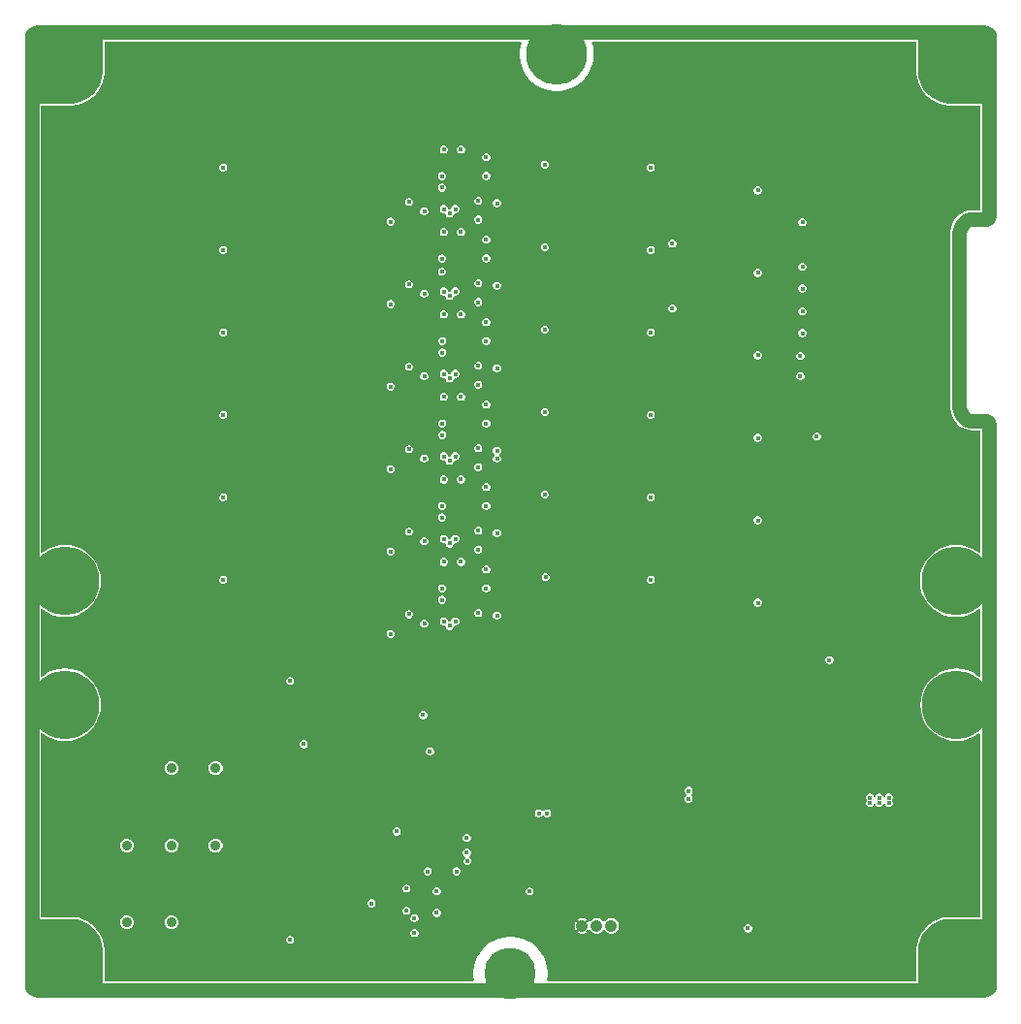
<source format=gbr>
G04*
G04 #@! TF.GenerationSoftware,Altium Limited,Altium Designer,24.1.2 (44)*
G04*
G04 Layer_Physical_Order=2*
G04 Layer_Color=36540*
%FSLAX44Y44*%
%MOMM*%
G71*
G04*
G04 #@! TF.SameCoordinates,B1001185-6E67-4BF1-ABA2-4279EC4F573C*
G04*
G04*
G04 #@! TF.FilePolarity,Positive*
G04*
G01*
G75*
%ADD40C,1.2700*%
%ADD70C,5.3000*%
%ADD71C,4.5000*%
%ADD72C,0.7000*%
%ADD73C,6.0000*%
%ADD74C,0.8000*%
%ADD76C,1.0500*%
%ADD77C,0.4000*%
%ADD78C,0.9000*%
G36*
X779376Y809293D02*
X779376Y809293D01*
X779376Y807438D01*
X779419Y807335D01*
X779390Y807226D01*
X779874Y803549D01*
X779930Y803452D01*
X779916Y803341D01*
X780876Y799759D01*
X780944Y799669D01*
Y799557D01*
X782363Y796131D01*
X782443Y796052D01*
X782457Y795940D01*
X784312Y792729D01*
X784400Y792660D01*
X784430Y792552D01*
X786687Y789610D01*
X786785Y789554D01*
X786827Y789450D01*
X789450Y786827D01*
X789554Y786785D01*
X789610Y786687D01*
X792552Y784430D01*
X792660Y784401D01*
X792729Y784312D01*
X795940Y782457D01*
X796052Y782443D01*
X796131Y782363D01*
X799557Y780944D01*
X799669D01*
X799759Y780876D01*
X803341Y779916D01*
X803452Y779930D01*
X803549Y779874D01*
X807226Y779390D01*
X807335Y779419D01*
X807438Y779376D01*
X809293Y779376D01*
X835232Y779376D01*
Y766646D01*
Y756646D01*
Y746646D01*
Y736646D01*
Y726646D01*
Y716646D01*
Y706646D01*
Y696646D01*
Y687825D01*
X828860D01*
X828860Y687853D01*
X824998Y687472D01*
X821285Y686346D01*
X817862Y684517D01*
X814863Y682055D01*
X812401Y679055D01*
X810572Y675633D01*
X809445Y671919D01*
X809065Y668057D01*
X809092D01*
Y653163D01*
Y643163D01*
Y633163D01*
Y623163D01*
Y613163D01*
Y603163D01*
Y593163D01*
Y583163D01*
Y573163D01*
Y563163D01*
Y553163D01*
Y543163D01*
Y533163D01*
Y523163D01*
Y515497D01*
X809065D01*
X809445Y511635D01*
X810572Y507922D01*
X812401Y504499D01*
X814863Y501500D01*
X817862Y499038D01*
X821285Y497209D01*
X824998Y496082D01*
X828860Y495702D01*
X828860Y495729D01*
X835232D01*
Y491390D01*
Y481390D01*
Y471390D01*
Y461390D01*
Y451390D01*
Y441390D01*
Y431390D01*
Y421390D01*
Y411390D01*
Y401390D01*
Y388808D01*
X834079Y388276D01*
X832572Y389563D01*
X828345Y392154D01*
X823764Y394051D01*
X818943Y395208D01*
X814000Y395597D01*
X809057Y395208D01*
X804236Y394051D01*
X799655Y392154D01*
X795427Y389563D01*
X791657Y386343D01*
X788437Y382573D01*
X785846Y378345D01*
X783949Y373764D01*
X782792Y368943D01*
X782403Y364000D01*
X782792Y359057D01*
X783949Y354236D01*
X785846Y349655D01*
X788437Y345428D01*
X791657Y341657D01*
X795427Y338437D01*
X799655Y335846D01*
X804236Y333949D01*
X809057Y332792D01*
X814000Y332403D01*
X818943Y332792D01*
X823764Y333949D01*
X828345Y335846D01*
X832572Y338437D01*
X834079Y339724D01*
X835232Y339192D01*
Y331390D01*
Y321390D01*
Y311391D01*
Y301391D01*
Y291391D01*
Y281215D01*
X834079Y280683D01*
X833049Y281563D01*
X828822Y284153D01*
X824241Y286051D01*
X819420Y287208D01*
X814477Y287597D01*
X809534Y287208D01*
X804713Y286051D01*
X800132Y284153D01*
X795904Y281563D01*
X792134Y278343D01*
X788914Y274573D01*
X786323Y270345D01*
X784426Y265764D01*
X783269Y260943D01*
X782879Y256000D01*
X783269Y251057D01*
X784426Y246236D01*
X786323Y241655D01*
X788914Y237428D01*
X792134Y233657D01*
X795904Y230437D01*
X800132Y227847D01*
X804713Y225949D01*
X809534Y224792D01*
X814477Y224403D01*
X819420Y224792D01*
X824241Y225949D01*
X828822Y227847D01*
X833049Y230437D01*
X833962Y231217D01*
X835232Y230631D01*
Y221391D01*
Y211391D01*
Y201391D01*
Y191391D01*
Y181391D01*
Y171391D01*
Y161391D01*
Y151391D01*
Y141391D01*
Y131391D01*
Y121391D01*
Y111391D01*
Y101391D01*
Y91391D01*
Y81391D01*
Y70624D01*
X809293Y70624D01*
X807438Y70624D01*
X807335Y70581D01*
X807226Y70610D01*
X803549Y70126D01*
X803452Y70069D01*
X803341Y70084D01*
X799759Y69124D01*
X799669Y69056D01*
X799557D01*
X796131Y67637D01*
X796052Y67557D01*
X795940Y67543D01*
X792729Y65688D01*
X792660Y65599D01*
X792552Y65570D01*
X789610Y63313D01*
X789554Y63215D01*
X789450Y63173D01*
X786827Y60550D01*
X786785Y60447D01*
X786687Y60390D01*
X784430Y57448D01*
X784400Y57340D01*
X784312Y57271D01*
X782457Y54060D01*
X782443Y53948D01*
X782363Y53869D01*
X780944Y50443D01*
Y50331D01*
X780876Y50241D01*
X779916Y46659D01*
X779930Y46548D01*
X779874Y46451D01*
X779390Y42774D01*
X779419Y42665D01*
X779376Y42562D01*
X779376Y40707D01*
X779376Y40707D01*
Y14768D01*
X457755D01*
X456918Y15723D01*
X457333Y18881D01*
Y23119D01*
X456780Y27322D01*
X455683Y31416D01*
X454061Y35331D01*
X451942Y39002D01*
X449362Y42365D01*
X446365Y45362D01*
X443002Y47942D01*
X439331Y50061D01*
X435416Y51683D01*
X431321Y52780D01*
X427119Y53334D01*
X422881D01*
X418679Y52780D01*
X414584Y51683D01*
X410668Y50061D01*
X406998Y47942D01*
X403635Y45362D01*
X400638Y42365D01*
X398058Y39002D01*
X395939Y35331D01*
X394317Y31416D01*
X393220Y27322D01*
X392666Y23119D01*
Y18881D01*
X393082Y15723D01*
X392245Y14768D01*
X70624D01*
Y40707D01*
X70624Y40708D01*
X70624Y42562D01*
X70581Y42665D01*
X70610Y42774D01*
X70126Y46451D01*
X70069Y46548D01*
X70084Y46659D01*
X69124Y50241D01*
X69056Y50331D01*
Y50443D01*
X67637Y53869D01*
X67557Y53948D01*
X67543Y54060D01*
X65688Y57271D01*
X65599Y57340D01*
X65570Y57448D01*
X63313Y60390D01*
X63215Y60447D01*
X63173Y60550D01*
X60550Y63173D01*
X60447Y63215D01*
X60390Y63313D01*
X57448Y65570D01*
X57340Y65599D01*
X57271Y65688D01*
X54060Y67543D01*
X53948Y67557D01*
X53869Y67637D01*
X50443Y69056D01*
X50331D01*
X50241Y69124D01*
X46659Y70084D01*
X46548Y70069D01*
X46451Y70126D01*
X42774Y70610D01*
X42665Y70581D01*
X42562Y70624D01*
X40707Y70624D01*
X14768Y70624D01*
Y82095D01*
Y92094D01*
Y102094D01*
Y112094D01*
Y122094D01*
Y132094D01*
Y142094D01*
Y152094D01*
Y162094D01*
Y172094D01*
Y182094D01*
Y192094D01*
Y202094D01*
Y212094D01*
Y222094D01*
Y231039D01*
X16038Y231624D01*
X17428Y230437D01*
X21655Y227847D01*
X26236Y225949D01*
X31057Y224792D01*
X36000Y224403D01*
X40943Y224792D01*
X45764Y225949D01*
X50345Y227847D01*
X54573Y230437D01*
X58343Y233657D01*
X61563Y237428D01*
X64153Y241655D01*
X66051Y246236D01*
X67208Y251057D01*
X67597Y256000D01*
X67208Y260943D01*
X66051Y265764D01*
X64153Y270345D01*
X61563Y274573D01*
X58343Y278343D01*
X54573Y281563D01*
X50345Y284153D01*
X45764Y286051D01*
X40943Y287208D01*
X36000Y287597D01*
X31057Y287208D01*
X26236Y286051D01*
X21655Y284153D01*
X17428Y281563D01*
X15921Y280276D01*
X14768Y280808D01*
Y292094D01*
Y302094D01*
Y312094D01*
Y322094D01*
Y332094D01*
Y339192D01*
X15921Y339724D01*
X17428Y338437D01*
X21655Y335846D01*
X26236Y333949D01*
X31057Y332792D01*
X36000Y332403D01*
X40943Y332792D01*
X45764Y333949D01*
X50345Y335846D01*
X54573Y338437D01*
X58343Y341657D01*
X61563Y345428D01*
X64153Y349655D01*
X66051Y354236D01*
X67208Y359057D01*
X67597Y364000D01*
X67208Y368943D01*
X66051Y373764D01*
X64153Y378345D01*
X61563Y382573D01*
X58343Y386343D01*
X54573Y389563D01*
X50345Y392154D01*
X45764Y394051D01*
X40943Y395208D01*
X36000Y395597D01*
X31057Y395208D01*
X26236Y394051D01*
X21655Y392154D01*
X17428Y389563D01*
X15921Y388276D01*
X14768Y388808D01*
Y402094D01*
Y412094D01*
Y422094D01*
Y432094D01*
Y442094D01*
Y452094D01*
Y462094D01*
Y472094D01*
Y482094D01*
Y492094D01*
Y502094D01*
Y512094D01*
Y522094D01*
Y532094D01*
Y542094D01*
Y552094D01*
Y562094D01*
Y572094D01*
Y582094D01*
Y592094D01*
Y602094D01*
Y612094D01*
Y622094D01*
Y632094D01*
Y642093D01*
Y652093D01*
Y662093D01*
Y672093D01*
Y682093D01*
Y692093D01*
Y702093D01*
Y712093D01*
Y722093D01*
Y732093D01*
Y742093D01*
Y752093D01*
Y762093D01*
Y772093D01*
Y779376D01*
X40707Y779376D01*
X42562Y779376D01*
X42665Y779419D01*
X42774Y779390D01*
X46451Y779874D01*
X46548Y779930D01*
X46659Y779916D01*
X50241Y780876D01*
X50331Y780944D01*
X50443D01*
X53869Y782363D01*
X53948Y782443D01*
X54060Y782457D01*
X57271Y784312D01*
X57340Y784401D01*
X57448Y784430D01*
X60390Y786687D01*
X60447Y786785D01*
X60550Y786827D01*
X63173Y789450D01*
X63215Y789554D01*
X63313Y789610D01*
X65570Y792552D01*
X65599Y792660D01*
X65688Y792729D01*
X67543Y795940D01*
X67557Y796052D01*
X67637Y796131D01*
X69056Y799557D01*
Y799669D01*
X69124Y799759D01*
X70084Y803341D01*
X70069Y803452D01*
X70126Y803549D01*
X70610Y807226D01*
X70581Y807335D01*
X70624Y807438D01*
X70624Y809292D01*
X70624Y809293D01*
Y835232D01*
X433764D01*
X434495Y833962D01*
X433520Y830322D01*
X432966Y826119D01*
Y821881D01*
X433520Y817679D01*
X434617Y813584D01*
X436239Y809669D01*
X438358Y805998D01*
X440938Y802635D01*
X443935Y799638D01*
X447298Y797058D01*
X450969Y794939D01*
X454884Y793317D01*
X458979Y792220D01*
X463181Y791666D01*
X467419D01*
X471622Y792220D01*
X475716Y793317D01*
X479632Y794939D01*
X483302Y797058D01*
X486665Y799638D01*
X489662Y802635D01*
X492242Y805998D01*
X494361Y809669D01*
X495983Y813584D01*
X497080Y817679D01*
X497634Y821881D01*
Y826119D01*
X497080Y830322D01*
X496105Y833962D01*
X496836Y835232D01*
X779376D01*
Y809293D01*
D02*
G37*
G36*
X843526Y781000D02*
X809293Y781000D01*
X807438Y781000D01*
X803761Y781484D01*
X800179Y782444D01*
X796752Y783863D01*
X793540Y785718D01*
X790598Y787975D01*
X787975Y790598D01*
X785718Y793540D01*
X783863Y796752D01*
X782444Y800179D01*
X781484Y803761D01*
X781000Y807438D01*
X781000Y809293D01*
X781000D01*
Y843526D01*
X843526D01*
Y781000D01*
D02*
G37*
G36*
X69000Y809293D02*
X69000D01*
X69000Y807438D01*
X68516Y803761D01*
X67556Y800179D01*
X66137Y796752D01*
X64282Y793540D01*
X62024Y790598D01*
X59402Y787975D01*
X56460Y785718D01*
X53248Y783863D01*
X49821Y782444D01*
X46239Y781484D01*
X42562Y781000D01*
X40707Y781000D01*
X6474Y781000D01*
Y843526D01*
X69000D01*
Y809293D01*
D02*
G37*
G36*
X843526Y6474D02*
X781000D01*
Y40707D01*
X781000Y40707D01*
X781000Y40707D01*
X781000Y42562D01*
X781484Y46239D01*
X782444Y49821D01*
X783863Y53248D01*
X785718Y56460D01*
X787975Y59402D01*
X790598Y62024D01*
X793540Y64282D01*
X796752Y66137D01*
X800179Y67556D01*
X803761Y68516D01*
X807438Y69000D01*
X809293Y69000D01*
X843526Y69000D01*
Y6474D01*
D02*
G37*
G36*
X40707Y69000D02*
X42562Y69000D01*
X46239Y68516D01*
X49821Y67556D01*
X53248Y66137D01*
X56460Y64282D01*
X59402Y62024D01*
X62024Y59402D01*
X64282Y56460D01*
X66137Y53248D01*
X67556Y49821D01*
X68516Y46239D01*
X69000Y42562D01*
X69000Y40707D01*
X69000D01*
X69000Y40707D01*
Y6474D01*
X6474D01*
Y69000D01*
X40707Y69000D01*
D02*
G37*
%LPC*%
G36*
X382546Y744184D02*
X381154D01*
X379868Y743651D01*
X378883Y742667D01*
X378350Y741380D01*
Y739988D01*
X378883Y738701D01*
X379868Y737717D01*
X381154Y737184D01*
X382546D01*
X383833Y737717D01*
X384817Y738701D01*
X385350Y739988D01*
Y741380D01*
X384817Y742667D01*
X383833Y743651D01*
X382546Y744184D01*
D02*
G37*
G36*
X367546D02*
X366154D01*
X364867Y743651D01*
X363883Y742667D01*
X363350Y741380D01*
Y739988D01*
X363883Y738701D01*
X364867Y737717D01*
X366154Y737184D01*
X367546D01*
X368833Y737717D01*
X369817Y738701D01*
X370350Y739988D01*
Y741380D01*
X369817Y742667D01*
X368833Y743651D01*
X367546Y744184D01*
D02*
G37*
G36*
X404556Y737524D02*
X403164D01*
X401877Y736991D01*
X400893Y736007D01*
X400360Y734720D01*
Y733328D01*
X400893Y732041D01*
X401877Y731057D01*
X403164Y730524D01*
X404556D01*
X405843Y731057D01*
X406827Y732041D01*
X407360Y733328D01*
Y734720D01*
X406827Y736007D01*
X405843Y736991D01*
X404556Y737524D01*
D02*
G37*
G36*
X455695Y731000D02*
X454303D01*
X453016Y730467D01*
X452032Y729483D01*
X451499Y728196D01*
Y726804D01*
X452032Y725517D01*
X453016Y724533D01*
X454303Y724000D01*
X455695D01*
X456982Y724533D01*
X457966Y725517D01*
X458499Y726804D01*
Y728196D01*
X457966Y729483D01*
X456982Y730467D01*
X455695Y731000D01*
D02*
G37*
G36*
X548320Y728500D02*
X546928D01*
X545641Y727967D01*
X544657Y726982D01*
X544124Y725696D01*
Y724304D01*
X544657Y723017D01*
X545641Y722033D01*
X546928Y721500D01*
X548320D01*
X549607Y722033D01*
X550591Y723017D01*
X551124Y724304D01*
Y725696D01*
X550591Y726982D01*
X549607Y727967D01*
X548320Y728500D01*
D02*
G37*
G36*
X174960D02*
X173568D01*
X172281Y727967D01*
X171297Y726982D01*
X170764Y725696D01*
Y724304D01*
X171297Y723017D01*
X172281Y722033D01*
X173568Y721500D01*
X174960D01*
X176247Y722033D01*
X177231Y723017D01*
X177764Y724304D01*
Y725696D01*
X177231Y726982D01*
X176247Y727967D01*
X174960Y728500D01*
D02*
G37*
G36*
X404556Y721050D02*
X403164D01*
X401877Y720517D01*
X400893Y719533D01*
X400360Y718246D01*
Y716854D01*
X400893Y715567D01*
X401877Y714583D01*
X403164Y714050D01*
X404556D01*
X405843Y714583D01*
X406827Y715567D01*
X407360Y716854D01*
Y718246D01*
X406827Y719533D01*
X405843Y720517D01*
X404556Y721050D01*
D02*
G37*
G36*
X365912D02*
X364520D01*
X363233Y720517D01*
X362249Y719533D01*
X361716Y718246D01*
Y716854D01*
X362249Y715567D01*
X363233Y714583D01*
X364520Y714050D01*
X365912D01*
X367199Y714583D01*
X368183Y715567D01*
X368716Y716854D01*
Y718246D01*
X368183Y719533D01*
X367199Y720517D01*
X365912Y721050D01*
D02*
G37*
G36*
Y711000D02*
X364520D01*
X363233Y710467D01*
X362249Y709483D01*
X361716Y708196D01*
Y706804D01*
X362249Y705517D01*
X363233Y704533D01*
X364520Y704000D01*
X365912D01*
X367199Y704533D01*
X368183Y705517D01*
X368716Y706804D01*
Y708196D01*
X368183Y709483D01*
X367199Y710467D01*
X365912Y711000D01*
D02*
G37*
G36*
X641660Y708500D02*
X640268D01*
X638981Y707967D01*
X637997Y706982D01*
X637464Y705696D01*
Y704304D01*
X637997Y703017D01*
X638981Y702033D01*
X640268Y701500D01*
X641660D01*
X642947Y702033D01*
X643931Y703017D01*
X644464Y704304D01*
Y705696D01*
X643931Y706982D01*
X642947Y707967D01*
X641660Y708500D01*
D02*
G37*
G36*
X397612Y699476D02*
X396220D01*
X394933Y698943D01*
X393949Y697959D01*
X393416Y696672D01*
Y695280D01*
X393949Y693993D01*
X394933Y693009D01*
X396220Y692476D01*
X397612D01*
X398899Y693009D01*
X399883Y693993D01*
X400416Y695280D01*
Y696672D01*
X399883Y697959D01*
X398899Y698943D01*
X397612Y699476D01*
D02*
G37*
G36*
X337156Y698500D02*
X335764D01*
X334477Y697967D01*
X333493Y696982D01*
X332960Y695696D01*
Y694304D01*
X333493Y693017D01*
X334477Y692033D01*
X335764Y691500D01*
X337156D01*
X338442Y692033D01*
X339427Y693017D01*
X339960Y694304D01*
Y695696D01*
X339427Y696982D01*
X338442Y697967D01*
X337156Y698500D01*
D02*
G37*
G36*
X413938Y697287D02*
X412545D01*
X411259Y696754D01*
X410275Y695770D01*
X409742Y694483D01*
Y693091D01*
X410275Y691804D01*
X411259Y690820D01*
X412545Y690287D01*
X413938D01*
X415224Y690820D01*
X416209Y691804D01*
X416742Y693091D01*
Y694483D01*
X416209Y695770D01*
X415224Y696754D01*
X413938Y697287D01*
D02*
G37*
G36*
X377546Y692310D02*
X376154D01*
X374867Y691777D01*
X373883Y690793D01*
X373350Y689506D01*
Y689352D01*
X372546Y688310D01*
X371154D01*
X370350Y689352D01*
Y689506D01*
X369817Y690793D01*
X368833Y691777D01*
X367546Y692310D01*
X366154D01*
X364867Y691777D01*
X363883Y690793D01*
X363350Y689506D01*
Y688114D01*
X363883Y686827D01*
X364867Y685843D01*
X366154Y685310D01*
X367546D01*
X368350Y684268D01*
Y684114D01*
X368883Y682827D01*
X369868Y681843D01*
X371154Y681310D01*
X372546D01*
X373833Y681843D01*
X374817Y682827D01*
X375350Y684114D01*
Y684268D01*
X376154Y685310D01*
X377546D01*
X378833Y685843D01*
X379817Y686827D01*
X380350Y688114D01*
Y689506D01*
X379817Y690793D01*
X378833Y691777D01*
X377546Y692310D01*
D02*
G37*
G36*
X350474Y690314D02*
X349082D01*
X347795Y689781D01*
X346811Y688797D01*
X346278Y687511D01*
Y686118D01*
X346811Y684832D01*
X347795Y683847D01*
X349082Y683314D01*
X350474D01*
X351761Y683847D01*
X352745Y684832D01*
X353278Y686118D01*
Y687511D01*
X352745Y688797D01*
X351761Y689781D01*
X350474Y690314D01*
D02*
G37*
G36*
X397612Y682950D02*
X396220D01*
X394933Y682417D01*
X393949Y681433D01*
X393416Y680146D01*
Y678754D01*
X393949Y677467D01*
X394933Y676483D01*
X396220Y675950D01*
X397612D01*
X398899Y676483D01*
X399883Y677467D01*
X400416Y678754D01*
Y680146D01*
X399883Y681433D01*
X398899Y682417D01*
X397612Y682950D01*
D02*
G37*
G36*
X321155Y681252D02*
X319762D01*
X318476Y680719D01*
X317491Y679734D01*
X316959Y678448D01*
Y677055D01*
X317491Y675769D01*
X318476Y674784D01*
X319762Y674252D01*
X321155D01*
X322441Y674784D01*
X323426Y675769D01*
X323959Y677055D01*
Y678448D01*
X323426Y679734D01*
X322441Y680719D01*
X321155Y681252D01*
D02*
G37*
G36*
X680680Y680711D02*
X679288D01*
X678001Y680179D01*
X677017Y679194D01*
X676484Y677908D01*
Y676515D01*
X677017Y675229D01*
X678001Y674244D01*
X679288Y673711D01*
X680680D01*
X681967Y674244D01*
X682951Y675229D01*
X683484Y676515D01*
Y677908D01*
X682951Y679194D01*
X681967Y680179D01*
X680680Y680711D01*
D02*
G37*
G36*
X382546Y672184D02*
X381154D01*
X379868Y671651D01*
X378883Y670667D01*
X378350Y669380D01*
Y667988D01*
X378883Y666701D01*
X379868Y665717D01*
X381154Y665184D01*
X382546D01*
X383833Y665717D01*
X384817Y666701D01*
X385350Y667988D01*
Y669380D01*
X384817Y670667D01*
X383833Y671651D01*
X382546Y672184D01*
D02*
G37*
G36*
X367546D02*
X366154D01*
X364867Y671651D01*
X363883Y670667D01*
X363350Y669380D01*
Y667988D01*
X363883Y666701D01*
X364867Y665717D01*
X366154Y665184D01*
X367546D01*
X368833Y665717D01*
X369817Y666701D01*
X370350Y667988D01*
Y669380D01*
X369817Y670667D01*
X368833Y671651D01*
X367546Y672184D01*
D02*
G37*
G36*
X404556Y665524D02*
X403164D01*
X401877Y664991D01*
X400893Y664007D01*
X400360Y662720D01*
Y661328D01*
X400893Y660041D01*
X401877Y659057D01*
X403164Y658524D01*
X404556D01*
X405843Y659057D01*
X406827Y660041D01*
X407360Y661328D01*
Y662720D01*
X406827Y664007D01*
X405843Y664991D01*
X404556Y665524D01*
D02*
G37*
G36*
X567116Y661994D02*
X565724D01*
X564437Y661461D01*
X563453Y660477D01*
X562920Y659190D01*
Y657798D01*
X563453Y656511D01*
X564437Y655527D01*
X565724Y654994D01*
X567116D01*
X568403Y655527D01*
X569387Y656511D01*
X569920Y657798D01*
Y659190D01*
X569387Y660477D01*
X568403Y661461D01*
X567116Y661994D01*
D02*
G37*
G36*
X455695Y659000D02*
X454303D01*
X453016Y658467D01*
X452032Y657483D01*
X451499Y656196D01*
Y654804D01*
X452032Y653517D01*
X453016Y652533D01*
X454303Y652000D01*
X455695D01*
X456982Y652533D01*
X457966Y653517D01*
X458499Y654804D01*
Y656196D01*
X457966Y657483D01*
X456982Y658467D01*
X455695Y659000D01*
D02*
G37*
G36*
X548320Y656500D02*
X546928D01*
X545641Y655967D01*
X544657Y654983D01*
X544124Y653696D01*
Y652304D01*
X544657Y651017D01*
X545641Y650033D01*
X546928Y649500D01*
X548320D01*
X549607Y650033D01*
X550591Y651017D01*
X551124Y652304D01*
Y653696D01*
X550591Y654983D01*
X549607Y655967D01*
X548320Y656500D01*
D02*
G37*
G36*
X174960D02*
X173568D01*
X172281Y655967D01*
X171297Y654983D01*
X170764Y653696D01*
Y652304D01*
X171297Y651017D01*
X172281Y650033D01*
X173568Y649500D01*
X174960D01*
X176247Y650033D01*
X177231Y651017D01*
X177764Y652304D01*
Y653696D01*
X177231Y654983D01*
X176247Y655967D01*
X174960Y656500D01*
D02*
G37*
G36*
X404556Y649050D02*
X403164D01*
X401877Y648517D01*
X400893Y647533D01*
X400360Y646246D01*
Y644854D01*
X400893Y643567D01*
X401877Y642583D01*
X403164Y642050D01*
X404556D01*
X405843Y642583D01*
X406827Y643567D01*
X407360Y644854D01*
Y646246D01*
X406827Y647533D01*
X405843Y648517D01*
X404556Y649050D01*
D02*
G37*
G36*
X365912D02*
X364520D01*
X363233Y648517D01*
X362249Y647533D01*
X361716Y646246D01*
Y644854D01*
X362249Y643567D01*
X363233Y642583D01*
X364520Y642050D01*
X365912D01*
X367199Y642583D01*
X368183Y643567D01*
X368716Y644854D01*
Y646246D01*
X368183Y647533D01*
X367199Y648517D01*
X365912Y649050D01*
D02*
G37*
G36*
X680680Y641820D02*
X679288D01*
X678001Y641287D01*
X677017Y640302D01*
X676484Y639016D01*
Y637623D01*
X677017Y636337D01*
X678001Y635352D01*
X679288Y634820D01*
X680680D01*
X681967Y635352D01*
X682951Y636337D01*
X683484Y637623D01*
Y639016D01*
X682951Y640302D01*
X681967Y641287D01*
X680680Y641820D01*
D02*
G37*
G36*
X365912Y637627D02*
X364520D01*
X363233Y637094D01*
X362249Y636110D01*
X361716Y634823D01*
Y633431D01*
X362249Y632144D01*
X363233Y631160D01*
X364520Y630627D01*
X365912D01*
X367199Y631160D01*
X368183Y632144D01*
X368716Y633431D01*
Y634823D01*
X368183Y636110D01*
X367199Y637094D01*
X365912Y637627D01*
D02*
G37*
G36*
X641660Y636500D02*
X640268D01*
X638981Y635967D01*
X637997Y634983D01*
X637464Y633696D01*
Y632304D01*
X637997Y631017D01*
X638981Y630033D01*
X640268Y629500D01*
X641660D01*
X642947Y630033D01*
X643931Y631017D01*
X644464Y632304D01*
Y633696D01*
X643931Y634983D01*
X642947Y635967D01*
X641660Y636500D01*
D02*
G37*
G36*
X397612Y627476D02*
X396220D01*
X394933Y626943D01*
X393949Y625959D01*
X393416Y624672D01*
Y623280D01*
X393949Y621993D01*
X394933Y621009D01*
X396220Y620476D01*
X397612D01*
X398899Y621009D01*
X399883Y621993D01*
X400416Y623280D01*
Y624672D01*
X399883Y625959D01*
X398899Y626943D01*
X397612Y627476D01*
D02*
G37*
G36*
X337156Y626500D02*
X335764D01*
X334477Y625967D01*
X333493Y624982D01*
X332960Y623696D01*
Y622304D01*
X333493Y621017D01*
X334477Y620033D01*
X335764Y619500D01*
X337156D01*
X338442Y620033D01*
X339427Y621017D01*
X339960Y622304D01*
Y623696D01*
X339427Y624982D01*
X338442Y625967D01*
X337156Y626500D01*
D02*
G37*
G36*
X413938Y625287D02*
X412545D01*
X411259Y624754D01*
X410275Y623769D01*
X409742Y622483D01*
Y621091D01*
X410275Y619804D01*
X411259Y618820D01*
X412545Y618287D01*
X413938D01*
X415224Y618820D01*
X416209Y619804D01*
X416742Y621091D01*
Y622483D01*
X416209Y623769D01*
X415224Y624754D01*
X413938Y625287D01*
D02*
G37*
G36*
X377546Y620310D02*
X376154D01*
X374868Y619777D01*
X373883Y618793D01*
X373350Y617506D01*
Y617352D01*
X372546Y616310D01*
X371154D01*
X370350Y617352D01*
Y617506D01*
X369817Y618793D01*
X368833Y619777D01*
X367546Y620310D01*
X366154D01*
X364868Y619777D01*
X363883Y618793D01*
X363350Y617506D01*
Y616114D01*
X363883Y614827D01*
X364868Y613843D01*
X366154Y613310D01*
X367546D01*
X368350Y612268D01*
Y612114D01*
X368883Y610827D01*
X369868Y609843D01*
X371154Y609310D01*
X372546D01*
X373833Y609843D01*
X374817Y610827D01*
X375350Y612114D01*
Y612268D01*
X376154Y613310D01*
X377546D01*
X378833Y613843D01*
X379817Y614827D01*
X380350Y616114D01*
Y617506D01*
X379817Y618793D01*
X378833Y619777D01*
X377546Y620310D01*
D02*
G37*
G36*
X680680Y622820D02*
X679288D01*
X678001Y622287D01*
X677017Y621302D01*
X676484Y620016D01*
Y618623D01*
X677017Y617337D01*
X678001Y616352D01*
X679288Y615820D01*
X680680D01*
X681967Y616352D01*
X682951Y617337D01*
X683484Y618623D01*
Y620016D01*
X682951Y621302D01*
X681967Y622287D01*
X680680Y622820D01*
D02*
G37*
G36*
X350474Y618314D02*
X349082D01*
X347795Y617782D01*
X346811Y616797D01*
X346278Y615511D01*
Y614118D01*
X346811Y612832D01*
X347795Y611847D01*
X349082Y611314D01*
X350474D01*
X351761Y611847D01*
X352745Y612832D01*
X353278Y614118D01*
Y615511D01*
X352745Y616797D01*
X351761Y617782D01*
X350474Y618314D01*
D02*
G37*
G36*
X397612Y610950D02*
X396220D01*
X394933Y610417D01*
X393949Y609433D01*
X393416Y608146D01*
Y606754D01*
X393949Y605467D01*
X394933Y604483D01*
X396220Y603950D01*
X397612D01*
X398899Y604483D01*
X399883Y605467D01*
X400416Y606754D01*
Y608146D01*
X399883Y609433D01*
X398899Y610417D01*
X397612Y610950D01*
D02*
G37*
G36*
X321154Y609250D02*
X319762D01*
X318475Y608717D01*
X317491Y607733D01*
X316958Y606446D01*
Y605054D01*
X317491Y603767D01*
X318475Y602783D01*
X319762Y602250D01*
X321154D01*
X322441Y602783D01*
X323425Y603767D01*
X323958Y605054D01*
Y606446D01*
X323425Y607733D01*
X322441Y608717D01*
X321154Y609250D01*
D02*
G37*
G36*
X567116Y605480D02*
X565724D01*
X564437Y604947D01*
X563453Y603963D01*
X562920Y602676D01*
Y601284D01*
X563453Y599997D01*
X564437Y599013D01*
X565724Y598480D01*
X567116D01*
X568403Y599013D01*
X569387Y599997D01*
X569920Y601284D01*
Y602676D01*
X569387Y603963D01*
X568403Y604947D01*
X567116Y605480D01*
D02*
G37*
G36*
X680680Y602928D02*
X679288D01*
X678001Y602395D01*
X677017Y601410D01*
X676484Y600124D01*
Y598732D01*
X677017Y597445D01*
X678001Y596461D01*
X679288Y595928D01*
X680680D01*
X681967Y596461D01*
X682951Y597445D01*
X683484Y598732D01*
Y600124D01*
X682951Y601410D01*
X681967Y602395D01*
X680680Y602928D01*
D02*
G37*
G36*
X382546Y600184D02*
X381154D01*
X379868Y599651D01*
X378883Y598667D01*
X378350Y597380D01*
Y595988D01*
X378883Y594701D01*
X379868Y593717D01*
X381154Y593184D01*
X382546D01*
X383833Y593717D01*
X384817Y594701D01*
X385350Y595988D01*
Y597380D01*
X384817Y598667D01*
X383833Y599651D01*
X382546Y600184D01*
D02*
G37*
G36*
X367546D02*
X366154D01*
X364867Y599651D01*
X363883Y598667D01*
X363350Y597380D01*
Y595988D01*
X363883Y594701D01*
X364867Y593717D01*
X366154Y593184D01*
X367546D01*
X368833Y593717D01*
X369817Y594701D01*
X370350Y595988D01*
Y597380D01*
X369817Y598667D01*
X368833Y599651D01*
X367546Y600184D01*
D02*
G37*
G36*
X404556Y593524D02*
X403164D01*
X401877Y592991D01*
X400893Y592007D01*
X400360Y590720D01*
Y589328D01*
X400893Y588041D01*
X401877Y587057D01*
X403164Y586524D01*
X404556D01*
X405843Y587057D01*
X406827Y588041D01*
X407360Y589328D01*
Y590720D01*
X406827Y592007D01*
X405843Y592991D01*
X404556Y593524D01*
D02*
G37*
G36*
X455695Y587000D02*
X454303D01*
X453016Y586467D01*
X452032Y585482D01*
X451499Y584196D01*
Y582804D01*
X452032Y581517D01*
X453016Y580533D01*
X454303Y580000D01*
X455695D01*
X456982Y580533D01*
X457966Y581517D01*
X458499Y582804D01*
Y584196D01*
X457966Y585482D01*
X456982Y586467D01*
X455695Y587000D01*
D02*
G37*
G36*
X548320Y584500D02*
X546928D01*
X545641Y583967D01*
X544657Y582982D01*
X544124Y581696D01*
Y580304D01*
X544657Y579017D01*
X545641Y578033D01*
X546928Y577500D01*
X548320D01*
X549607Y578033D01*
X550591Y579017D01*
X551124Y580304D01*
Y581696D01*
X550591Y582982D01*
X549607Y583967D01*
X548320Y584500D01*
D02*
G37*
G36*
X174960D02*
X173568D01*
X172281Y583967D01*
X171297Y582982D01*
X170764Y581696D01*
Y580304D01*
X171297Y579017D01*
X172281Y578033D01*
X173568Y577500D01*
X174960D01*
X176247Y578033D01*
X177231Y579017D01*
X177764Y580304D01*
Y581696D01*
X177231Y582982D01*
X176247Y583967D01*
X174960Y584500D01*
D02*
G37*
G36*
X680680Y583928D02*
X679288D01*
X678001Y583395D01*
X677017Y582410D01*
X676484Y581124D01*
Y579732D01*
X677017Y578445D01*
X678001Y577461D01*
X679288Y576928D01*
X680680D01*
X681967Y577461D01*
X682951Y578445D01*
X683484Y579732D01*
Y581124D01*
X682951Y582410D01*
X681967Y583395D01*
X680680Y583928D01*
D02*
G37*
G36*
X404556Y577050D02*
X403164D01*
X401877Y576517D01*
X400893Y575533D01*
X400360Y574246D01*
Y572854D01*
X400893Y571567D01*
X401877Y570583D01*
X403164Y570050D01*
X404556D01*
X405843Y570583D01*
X406827Y571567D01*
X407360Y572854D01*
Y574246D01*
X406827Y575533D01*
X405843Y576517D01*
X404556Y577050D01*
D02*
G37*
G36*
X366173D02*
X364781D01*
X363494Y576517D01*
X362510Y575533D01*
X361977Y574246D01*
Y572854D01*
X362510Y571567D01*
X363494Y570583D01*
X364781Y570050D01*
X366173D01*
X367460Y570583D01*
X368444Y571567D01*
X368977Y572854D01*
Y574246D01*
X368444Y575533D01*
X367460Y576517D01*
X366173Y577050D01*
D02*
G37*
G36*
Y567000D02*
X364781D01*
X363494Y566467D01*
X362510Y565482D01*
X361977Y564196D01*
Y562804D01*
X362510Y561517D01*
X363494Y560533D01*
X364781Y560000D01*
X366173D01*
X367460Y560533D01*
X368444Y561517D01*
X368977Y562804D01*
Y564196D01*
X368444Y565482D01*
X367460Y566467D01*
X366173Y567000D01*
D02*
G37*
G36*
X641660Y564500D02*
X640268D01*
X638981Y563967D01*
X637997Y562982D01*
X637464Y561696D01*
Y560304D01*
X637997Y559017D01*
X638981Y558033D01*
X640268Y557500D01*
X641660D01*
X642947Y558033D01*
X643931Y559017D01*
X644464Y560304D01*
Y561696D01*
X643931Y562982D01*
X642947Y563967D01*
X641660Y564500D01*
D02*
G37*
G36*
X678876Y564036D02*
X677484D01*
X676197Y563503D01*
X675213Y562519D01*
X674680Y561232D01*
Y559840D01*
X675213Y558553D01*
X676197Y557569D01*
X677484Y557036D01*
X678876D01*
X680163Y557569D01*
X681147Y558553D01*
X681680Y559840D01*
Y561232D01*
X681147Y562519D01*
X680163Y563503D01*
X678876Y564036D01*
D02*
G37*
G36*
X397612Y555476D02*
X396220D01*
X394933Y554943D01*
X393949Y553959D01*
X393416Y552672D01*
Y551280D01*
X393949Y549993D01*
X394933Y549009D01*
X396220Y548476D01*
X397612D01*
X398899Y549009D01*
X399883Y549993D01*
X400416Y551280D01*
Y552672D01*
X399883Y553959D01*
X398899Y554943D01*
X397612Y555476D01*
D02*
G37*
G36*
X337156Y554500D02*
X335764D01*
X334477Y553967D01*
X333493Y552982D01*
X332960Y551696D01*
Y550304D01*
X333493Y549017D01*
X334477Y548033D01*
X335764Y547500D01*
X337156D01*
X338442Y548033D01*
X339427Y549017D01*
X339960Y550304D01*
Y551696D01*
X339427Y552982D01*
X338442Y553967D01*
X337156Y554500D01*
D02*
G37*
G36*
X413938Y553287D02*
X412545D01*
X411259Y552754D01*
X410275Y551769D01*
X409742Y550483D01*
Y549091D01*
X410275Y547804D01*
X411259Y546820D01*
X412545Y546287D01*
X413938D01*
X415224Y546820D01*
X416209Y547804D01*
X416742Y549091D01*
Y550483D01*
X416209Y551769D01*
X415224Y552754D01*
X413938Y553287D01*
D02*
G37*
G36*
X377546Y548310D02*
X376154D01*
X374867Y547777D01*
X373883Y546793D01*
X373350Y545506D01*
Y545352D01*
X372546Y544310D01*
X371154D01*
X370350Y545352D01*
Y545506D01*
X369817Y546793D01*
X368833Y547777D01*
X367546Y548310D01*
X366154D01*
X364867Y547777D01*
X363883Y546793D01*
X363350Y545506D01*
Y544114D01*
X363883Y542827D01*
X364867Y541843D01*
X366154Y541310D01*
X367546D01*
X368350Y540268D01*
Y540114D01*
X368883Y538827D01*
X369868Y537843D01*
X371154Y537310D01*
X372546D01*
X373833Y537843D01*
X374817Y538827D01*
X375350Y540114D01*
Y540268D01*
X376154Y541310D01*
X377546D01*
X378833Y541843D01*
X379817Y542827D01*
X380350Y544114D01*
Y545506D01*
X379817Y546793D01*
X378833Y547777D01*
X377546Y548310D01*
D02*
G37*
G36*
X678876Y546314D02*
X677484D01*
X676197Y545782D01*
X675213Y544797D01*
X674680Y543511D01*
Y542118D01*
X675213Y540832D01*
X676197Y539847D01*
X677484Y539314D01*
X678876D01*
X680163Y539847D01*
X681147Y540832D01*
X681680Y542118D01*
Y543511D01*
X681147Y544797D01*
X680163Y545782D01*
X678876Y546314D01*
D02*
G37*
G36*
X350474D02*
X349082D01*
X347795Y545782D01*
X346811Y544797D01*
X346278Y543511D01*
Y542118D01*
X346811Y540832D01*
X347795Y539847D01*
X349082Y539314D01*
X350474D01*
X351761Y539847D01*
X352745Y540832D01*
X353278Y542118D01*
Y543511D01*
X352745Y544797D01*
X351761Y545782D01*
X350474Y546314D01*
D02*
G37*
G36*
X397612Y538950D02*
X396220D01*
X394933Y538417D01*
X393949Y537433D01*
X393416Y536146D01*
Y534754D01*
X393949Y533467D01*
X394933Y532483D01*
X396220Y531950D01*
X397612D01*
X398899Y532483D01*
X399883Y533467D01*
X400416Y534754D01*
Y536146D01*
X399883Y537433D01*
X398899Y538417D01*
X397612Y538950D01*
D02*
G37*
G36*
X321154Y537250D02*
X319762D01*
X318475Y536717D01*
X317491Y535733D01*
X316958Y534446D01*
Y533054D01*
X317491Y531767D01*
X318475Y530783D01*
X319762Y530250D01*
X321154D01*
X322441Y530783D01*
X323425Y531767D01*
X323958Y533054D01*
Y534446D01*
X323425Y535733D01*
X322441Y536717D01*
X321154Y537250D01*
D02*
G37*
G36*
X382546Y528184D02*
X381154D01*
X379868Y527651D01*
X378883Y526667D01*
X378350Y525380D01*
Y523988D01*
X378883Y522701D01*
X379868Y521717D01*
X381154Y521184D01*
X382546D01*
X383833Y521717D01*
X384817Y522701D01*
X385350Y523988D01*
Y525380D01*
X384817Y526667D01*
X383833Y527651D01*
X382546Y528184D01*
D02*
G37*
G36*
X367546D02*
X366154D01*
X364867Y527651D01*
X363883Y526667D01*
X363350Y525380D01*
Y523988D01*
X363883Y522701D01*
X364867Y521717D01*
X366154Y521184D01*
X367546D01*
X368833Y521717D01*
X369817Y522701D01*
X370350Y523988D01*
Y525380D01*
X369817Y526667D01*
X368833Y527651D01*
X367546Y528184D01*
D02*
G37*
G36*
X404556Y521524D02*
X403164D01*
X401877Y520991D01*
X400893Y520007D01*
X400360Y518720D01*
Y517328D01*
X400893Y516041D01*
X401877Y515057D01*
X403164Y514524D01*
X404556D01*
X405843Y515057D01*
X406827Y516041D01*
X407360Y517328D01*
Y518720D01*
X406827Y520007D01*
X405843Y520991D01*
X404556Y521524D01*
D02*
G37*
G36*
X455695Y515000D02*
X454303D01*
X453016Y514467D01*
X452032Y513483D01*
X451499Y512196D01*
Y510804D01*
X452032Y509517D01*
X453016Y508533D01*
X454303Y508000D01*
X455695D01*
X456982Y508533D01*
X457966Y509517D01*
X458499Y510804D01*
Y512196D01*
X457966Y513483D01*
X456982Y514467D01*
X455695Y515000D01*
D02*
G37*
G36*
X548320Y512500D02*
X546928D01*
X545641Y511967D01*
X544657Y510983D01*
X544124Y509696D01*
Y508304D01*
X544657Y507017D01*
X545641Y506033D01*
X546928Y505500D01*
X548320D01*
X549607Y506033D01*
X550591Y507017D01*
X551124Y508304D01*
Y509696D01*
X550591Y510983D01*
X549607Y511967D01*
X548320Y512500D01*
D02*
G37*
G36*
X174960D02*
X173568D01*
X172281Y511967D01*
X171297Y510983D01*
X170764Y509696D01*
Y508304D01*
X171297Y507017D01*
X172281Y506033D01*
X173568Y505500D01*
X174960D01*
X176247Y506033D01*
X177231Y507017D01*
X177764Y508304D01*
Y509696D01*
X177231Y510983D01*
X176247Y511967D01*
X174960Y512500D01*
D02*
G37*
G36*
X404556Y505050D02*
X403164D01*
X401877Y504517D01*
X400893Y503533D01*
X400360Y502246D01*
Y500854D01*
X400893Y499567D01*
X401877Y498583D01*
X403164Y498050D01*
X404556D01*
X405843Y498583D01*
X406827Y499567D01*
X407360Y500854D01*
Y502246D01*
X406827Y503533D01*
X405843Y504517D01*
X404556Y505050D01*
D02*
G37*
G36*
X366173Y505000D02*
X364781D01*
X363494Y504467D01*
X362510Y503483D01*
X361977Y502196D01*
Y500804D01*
X362510Y499517D01*
X363494Y498533D01*
X364781Y498000D01*
X366173D01*
X367460Y498533D01*
X368444Y499517D01*
X368977Y500804D01*
Y502196D01*
X368444Y503483D01*
X367460Y504467D01*
X366173Y505000D01*
D02*
G37*
G36*
Y495000D02*
X364781D01*
X363494Y494467D01*
X362510Y493483D01*
X361977Y492196D01*
Y490804D01*
X362510Y489517D01*
X363494Y488533D01*
X364781Y488000D01*
X366173D01*
X367460Y488533D01*
X368444Y489517D01*
X368977Y490804D01*
Y492196D01*
X368444Y493483D01*
X367460Y494467D01*
X366173Y495000D01*
D02*
G37*
G36*
X693180Y493720D02*
X691788D01*
X690501Y493187D01*
X689517Y492203D01*
X688984Y490916D01*
Y489524D01*
X689517Y488237D01*
X690501Y487253D01*
X691788Y486720D01*
X693180D01*
X694467Y487253D01*
X695451Y488237D01*
X695984Y489524D01*
Y490916D01*
X695451Y492203D01*
X694467Y493187D01*
X693180Y493720D01*
D02*
G37*
G36*
X641660Y492500D02*
X640268D01*
X638981Y491967D01*
X637997Y490983D01*
X637464Y489696D01*
Y488304D01*
X637997Y487017D01*
X638981Y486033D01*
X640268Y485500D01*
X641660D01*
X642947Y486033D01*
X643931Y487017D01*
X644464Y488304D01*
Y489696D01*
X643931Y490983D01*
X642947Y491967D01*
X641660Y492500D01*
D02*
G37*
G36*
X397612Y483476D02*
X396220D01*
X394933Y482943D01*
X393949Y481959D01*
X393416Y480672D01*
Y479280D01*
X393949Y477993D01*
X394933Y477009D01*
X396220Y476476D01*
X397612D01*
X398899Y477009D01*
X399883Y477993D01*
X400416Y479280D01*
Y480672D01*
X399883Y481959D01*
X398899Y482943D01*
X397612Y483476D01*
D02*
G37*
G36*
X337156Y482500D02*
X335764D01*
X334477Y481967D01*
X333493Y480983D01*
X332960Y479696D01*
Y478304D01*
X333493Y477017D01*
X334477Y476033D01*
X335764Y475500D01*
X337156D01*
X338442Y476033D01*
X339427Y477017D01*
X339960Y478304D01*
Y479696D01*
X339427Y480983D01*
X338442Y481967D01*
X337156Y482500D01*
D02*
G37*
G36*
X377546Y476310D02*
X376154D01*
X374867Y475777D01*
X373883Y474793D01*
X373350Y473506D01*
Y473352D01*
X372546Y472310D01*
X371154D01*
X370350Y473352D01*
Y473506D01*
X369817Y474793D01*
X368833Y475777D01*
X367546Y476310D01*
X366154D01*
X364867Y475777D01*
X363883Y474793D01*
X363350Y473506D01*
Y472114D01*
X363883Y470827D01*
X364867Y469843D01*
X366154Y469310D01*
X367546D01*
X368350Y468268D01*
Y468114D01*
X368883Y466827D01*
X369868Y465843D01*
X371154Y465310D01*
X372546D01*
X373833Y465843D01*
X374817Y466827D01*
X375350Y468114D01*
Y468268D01*
X376154Y469310D01*
X377546D01*
X378833Y469843D01*
X379817Y470827D01*
X380350Y472114D01*
Y473506D01*
X379817Y474793D01*
X378833Y475777D01*
X377546Y476310D01*
D02*
G37*
G36*
X413938Y481287D02*
X412545D01*
X411259Y480754D01*
X410275Y479770D01*
X409742Y478483D01*
Y477091D01*
X410275Y475804D01*
X411021Y475058D01*
X411163Y474304D01*
X411021Y473544D01*
X410276Y472799D01*
X409744Y471512D01*
Y470120D01*
X410276Y468833D01*
X411261Y467849D01*
X412547Y467316D01*
X413940D01*
X415226Y467849D01*
X416211Y468833D01*
X416744Y470120D01*
Y471512D01*
X416211Y472799D01*
X415465Y473545D01*
X415322Y474299D01*
X415464Y475059D01*
X416209Y475804D01*
X416742Y477091D01*
Y478483D01*
X416209Y479770D01*
X415224Y480754D01*
X413938Y481287D01*
D02*
G37*
G36*
X350474Y474314D02*
X349082D01*
X347795Y473782D01*
X346811Y472797D01*
X346278Y471511D01*
Y470118D01*
X346811Y468832D01*
X347795Y467847D01*
X349082Y467314D01*
X350474D01*
X351761Y467847D01*
X352745Y468832D01*
X353278Y470118D01*
Y471511D01*
X352745Y472797D01*
X351761Y473782D01*
X350474Y474314D01*
D02*
G37*
G36*
X397612Y466950D02*
X396220D01*
X394933Y466417D01*
X393949Y465433D01*
X393416Y464146D01*
Y462754D01*
X393949Y461467D01*
X394933Y460483D01*
X396220Y459950D01*
X397612D01*
X398899Y460483D01*
X399883Y461467D01*
X400416Y462754D01*
Y464146D01*
X399883Y465433D01*
X398899Y466417D01*
X397612Y466950D01*
D02*
G37*
G36*
X321154Y465250D02*
X319762D01*
X318475Y464717D01*
X317491Y463733D01*
X316958Y462446D01*
Y461054D01*
X317491Y459767D01*
X318475Y458783D01*
X319762Y458250D01*
X321154D01*
X322441Y458783D01*
X323425Y459767D01*
X323958Y461054D01*
Y462446D01*
X323425Y463733D01*
X322441Y464717D01*
X321154Y465250D01*
D02*
G37*
G36*
X382546Y456184D02*
X381154D01*
X379868Y455651D01*
X378883Y454667D01*
X378350Y453380D01*
Y451988D01*
X378883Y450701D01*
X379868Y449717D01*
X381154Y449184D01*
X382546D01*
X383833Y449717D01*
X384817Y450701D01*
X385350Y451988D01*
Y453380D01*
X384817Y454667D01*
X383833Y455651D01*
X382546Y456184D01*
D02*
G37*
G36*
X367546D02*
X366154D01*
X364867Y455651D01*
X363883Y454667D01*
X363350Y453380D01*
Y451988D01*
X363883Y450701D01*
X364867Y449717D01*
X366154Y449184D01*
X367546D01*
X368833Y449717D01*
X369817Y450701D01*
X370350Y451988D01*
Y453380D01*
X369817Y454667D01*
X368833Y455651D01*
X367546Y456184D01*
D02*
G37*
G36*
X404556Y449524D02*
X403164D01*
X401877Y448991D01*
X400893Y448007D01*
X400360Y446720D01*
Y445328D01*
X400893Y444041D01*
X401877Y443057D01*
X403164Y442524D01*
X404556D01*
X405843Y443057D01*
X406827Y444041D01*
X407360Y445328D01*
Y446720D01*
X406827Y448007D01*
X405843Y448991D01*
X404556Y449524D01*
D02*
G37*
G36*
X455695Y443000D02*
X454303D01*
X453016Y442467D01*
X452032Y441483D01*
X451499Y440196D01*
Y438804D01*
X452032Y437517D01*
X453016Y436533D01*
X454303Y436000D01*
X455695D01*
X456982Y436533D01*
X457966Y437517D01*
X458499Y438804D01*
Y440196D01*
X457966Y441483D01*
X456982Y442467D01*
X455695Y443000D01*
D02*
G37*
G36*
X548320Y440500D02*
X546928D01*
X545641Y439967D01*
X544657Y438983D01*
X544124Y437696D01*
Y436304D01*
X544657Y435017D01*
X545641Y434033D01*
X546928Y433500D01*
X548320D01*
X549607Y434033D01*
X550591Y435017D01*
X551124Y436304D01*
Y437696D01*
X550591Y438983D01*
X549607Y439967D01*
X548320Y440500D01*
D02*
G37*
G36*
X174960D02*
X173568D01*
X172281Y439967D01*
X171297Y438983D01*
X170764Y437696D01*
Y436304D01*
X171297Y435017D01*
X172281Y434033D01*
X173568Y433500D01*
X174960D01*
X176247Y434033D01*
X177231Y435017D01*
X177764Y436304D01*
Y437696D01*
X177231Y438983D01*
X176247Y439967D01*
X174960Y440500D01*
D02*
G37*
G36*
X404556Y433050D02*
X403164D01*
X401877Y432517D01*
X400893Y431533D01*
X400360Y430246D01*
Y428854D01*
X400893Y427567D01*
X401877Y426583D01*
X403164Y426050D01*
X404556D01*
X405843Y426583D01*
X406827Y427567D01*
X407360Y428854D01*
Y430246D01*
X406827Y431533D01*
X405843Y432517D01*
X404556Y433050D01*
D02*
G37*
G36*
X365912Y433000D02*
X364520D01*
X363233Y432467D01*
X362249Y431483D01*
X361716Y430196D01*
Y428804D01*
X362249Y427517D01*
X363233Y426533D01*
X364520Y426000D01*
X365912D01*
X367199Y426533D01*
X368183Y427517D01*
X368716Y428804D01*
Y430196D01*
X368183Y431483D01*
X367199Y432467D01*
X365912Y433000D01*
D02*
G37*
G36*
Y423000D02*
X364520D01*
X363233Y422467D01*
X362249Y421483D01*
X361716Y420196D01*
Y418804D01*
X362249Y417517D01*
X363233Y416533D01*
X364520Y416000D01*
X365912D01*
X367199Y416533D01*
X368183Y417517D01*
X368716Y418804D01*
Y420196D01*
X368183Y421483D01*
X367199Y422467D01*
X365912Y423000D01*
D02*
G37*
G36*
X641660Y420500D02*
X640268D01*
X638981Y419967D01*
X637997Y418983D01*
X637464Y417696D01*
Y416304D01*
X637997Y415017D01*
X638981Y414033D01*
X640268Y413500D01*
X641660D01*
X642947Y414033D01*
X643931Y415017D01*
X644464Y416304D01*
Y417696D01*
X643931Y418983D01*
X642947Y419967D01*
X641660Y420500D01*
D02*
G37*
G36*
X397612Y411476D02*
X396220D01*
X394933Y410943D01*
X393949Y409959D01*
X393416Y408672D01*
Y407280D01*
X393949Y405993D01*
X394933Y405009D01*
X396220Y404476D01*
X397612D01*
X398899Y405009D01*
X399883Y405993D01*
X400416Y407280D01*
Y408672D01*
X399883Y409959D01*
X398899Y410943D01*
X397612Y411476D01*
D02*
G37*
G36*
X337156Y410500D02*
X335764D01*
X334477Y409967D01*
X333493Y408983D01*
X332960Y407696D01*
Y406304D01*
X333493Y405017D01*
X334477Y404033D01*
X335764Y403500D01*
X337156D01*
X338442Y404033D01*
X339427Y405017D01*
X339960Y406304D01*
Y407696D01*
X339427Y408983D01*
X338442Y409967D01*
X337156Y410500D01*
D02*
G37*
G36*
X413938Y409287D02*
X412545D01*
X411259Y408754D01*
X410275Y407770D01*
X409742Y406483D01*
Y405091D01*
X410275Y403804D01*
X411259Y402820D01*
X412545Y402287D01*
X413938D01*
X415224Y402820D01*
X416209Y403804D01*
X416742Y405091D01*
Y406483D01*
X416209Y407770D01*
X415224Y408754D01*
X413938Y409287D01*
D02*
G37*
G36*
X377546Y404310D02*
X376154D01*
X374867Y403777D01*
X373883Y402793D01*
X373350Y401506D01*
Y401352D01*
X372546Y400310D01*
X371154D01*
X370350Y401352D01*
Y401506D01*
X369817Y402793D01*
X368833Y403777D01*
X367546Y404310D01*
X366154D01*
X364867Y403777D01*
X363883Y402793D01*
X363350Y401506D01*
Y400114D01*
X363883Y398827D01*
X364867Y397843D01*
X366154Y397310D01*
X367546D01*
X368350Y396268D01*
Y396114D01*
X368883Y394827D01*
X369868Y393843D01*
X371154Y393310D01*
X372546D01*
X373833Y393843D01*
X374817Y394827D01*
X375350Y396114D01*
Y396268D01*
X376154Y397310D01*
X377546D01*
X378833Y397843D01*
X379817Y398827D01*
X380350Y400114D01*
Y401506D01*
X379817Y402793D01*
X378833Y403777D01*
X377546Y404310D01*
D02*
G37*
G36*
X350474Y402314D02*
X349082D01*
X347795Y401782D01*
X346811Y400797D01*
X346278Y399511D01*
Y398118D01*
X346811Y396832D01*
X347795Y395847D01*
X349082Y395314D01*
X350474D01*
X351761Y395847D01*
X352745Y396832D01*
X353278Y398118D01*
Y399511D01*
X352745Y400797D01*
X351761Y401782D01*
X350474Y402314D01*
D02*
G37*
G36*
X397612Y394950D02*
X396220D01*
X394933Y394417D01*
X393949Y393433D01*
X393416Y392146D01*
Y390754D01*
X393949Y389467D01*
X394933Y388483D01*
X396220Y387950D01*
X397612D01*
X398899Y388483D01*
X399883Y389467D01*
X400416Y390754D01*
Y392146D01*
X399883Y393433D01*
X398899Y394417D01*
X397612Y394950D01*
D02*
G37*
G36*
X321154Y393250D02*
X319762D01*
X318475Y392717D01*
X317491Y391733D01*
X316958Y390446D01*
Y389054D01*
X317491Y387767D01*
X318475Y386783D01*
X319762Y386250D01*
X321154D01*
X322441Y386783D01*
X323425Y387767D01*
X323958Y389054D01*
Y390446D01*
X323425Y391733D01*
X322441Y392717D01*
X321154Y393250D01*
D02*
G37*
G36*
X382546Y384184D02*
X381154D01*
X379868Y383651D01*
X378883Y382667D01*
X378350Y381380D01*
Y379988D01*
X378883Y378701D01*
X379868Y377717D01*
X381154Y377184D01*
X382546D01*
X383833Y377717D01*
X384817Y378701D01*
X385350Y379988D01*
Y381380D01*
X384817Y382667D01*
X383833Y383651D01*
X382546Y384184D01*
D02*
G37*
G36*
X367546D02*
X366154D01*
X364867Y383651D01*
X363883Y382667D01*
X363350Y381380D01*
Y379988D01*
X363883Y378701D01*
X364867Y377717D01*
X366154Y377184D01*
X367546D01*
X368833Y377717D01*
X369817Y378701D01*
X370350Y379988D01*
Y381380D01*
X369817Y382667D01*
X368833Y383651D01*
X367546Y384184D01*
D02*
G37*
G36*
X404556Y377524D02*
X403164D01*
X401877Y376991D01*
X400893Y376007D01*
X400360Y374720D01*
Y373328D01*
X400893Y372041D01*
X401877Y371057D01*
X403164Y370524D01*
X404556D01*
X405843Y371057D01*
X406827Y372041D01*
X407360Y373328D01*
Y374720D01*
X406827Y376007D01*
X405843Y376991D01*
X404556Y377524D01*
D02*
G37*
G36*
X456420Y371000D02*
X455028D01*
X453742Y370467D01*
X452757Y369482D01*
X452224Y368196D01*
Y366804D01*
X452757Y365517D01*
X453742Y364533D01*
X455028Y364000D01*
X456420D01*
X457707Y364533D01*
X458691Y365517D01*
X459224Y366804D01*
Y368196D01*
X458691Y369482D01*
X457707Y370467D01*
X456420Y371000D01*
D02*
G37*
G36*
X548320Y368500D02*
X546928D01*
X545641Y367967D01*
X544657Y366982D01*
X544124Y365696D01*
Y364304D01*
X544657Y363017D01*
X545641Y362033D01*
X546928Y361500D01*
X548320D01*
X549607Y362033D01*
X550591Y363017D01*
X551124Y364304D01*
Y365696D01*
X550591Y366982D01*
X549607Y367967D01*
X548320Y368500D01*
D02*
G37*
G36*
X174960D02*
X173568D01*
X172281Y367967D01*
X171297Y366982D01*
X170764Y365696D01*
Y364304D01*
X171297Y363017D01*
X172281Y362033D01*
X173568Y361500D01*
X174960D01*
X176247Y362033D01*
X177231Y363017D01*
X177764Y364304D01*
Y365696D01*
X177231Y366982D01*
X176247Y367967D01*
X174960Y368500D01*
D02*
G37*
G36*
X404556Y361050D02*
X403164D01*
X401877Y360517D01*
X400893Y359533D01*
X400360Y358246D01*
Y356854D01*
X400893Y355567D01*
X401877Y354583D01*
X403164Y354050D01*
X404556D01*
X405843Y354583D01*
X406827Y355567D01*
X407360Y356854D01*
Y358246D01*
X406827Y359533D01*
X405843Y360517D01*
X404556Y361050D01*
D02*
G37*
G36*
X365912Y361000D02*
X364520D01*
X363233Y360467D01*
X362249Y359482D01*
X361716Y358196D01*
Y356804D01*
X362249Y355517D01*
X363233Y354533D01*
X364520Y354000D01*
X365912D01*
X367199Y354533D01*
X368183Y355517D01*
X368716Y356804D01*
Y358196D01*
X368183Y359482D01*
X367199Y360467D01*
X365912Y361000D01*
D02*
G37*
G36*
Y351000D02*
X364520D01*
X363233Y350467D01*
X362249Y349482D01*
X361716Y348196D01*
Y346804D01*
X362249Y345517D01*
X363233Y344533D01*
X364520Y344000D01*
X365912D01*
X367199Y344533D01*
X368183Y345517D01*
X368716Y346804D01*
Y348196D01*
X368183Y349482D01*
X367199Y350467D01*
X365912Y351000D01*
D02*
G37*
G36*
X641660Y348500D02*
X640268D01*
X638981Y347967D01*
X637997Y346982D01*
X637464Y345696D01*
Y344304D01*
X637997Y343017D01*
X638981Y342033D01*
X640268Y341500D01*
X641660D01*
X642947Y342033D01*
X643931Y343017D01*
X644464Y344304D01*
Y345696D01*
X643931Y346982D01*
X642947Y347967D01*
X641660Y348500D01*
D02*
G37*
G36*
X397612Y339476D02*
X396220D01*
X394933Y338943D01*
X393949Y337958D01*
X393416Y336672D01*
Y335280D01*
X393949Y333993D01*
X394933Y333009D01*
X396220Y332476D01*
X397612D01*
X398899Y333009D01*
X399883Y333993D01*
X400416Y335280D01*
Y336672D01*
X399883Y337958D01*
X398899Y338943D01*
X397612Y339476D01*
D02*
G37*
G36*
X337156Y338500D02*
X335764D01*
X334477Y337967D01*
X333493Y336983D01*
X332960Y335696D01*
Y334304D01*
X333493Y333017D01*
X334477Y332033D01*
X335764Y331500D01*
X337156D01*
X338442Y332033D01*
X339427Y333017D01*
X339960Y334304D01*
Y335696D01*
X339427Y336983D01*
X338442Y337967D01*
X337156Y338500D01*
D02*
G37*
G36*
X413936Y337285D02*
X412544D01*
X411257Y336752D01*
X410273Y335768D01*
X409740Y334482D01*
Y333089D01*
X410273Y331803D01*
X411257Y330818D01*
X412544Y330285D01*
X413936D01*
X415223Y330818D01*
X416207Y331803D01*
X416740Y333089D01*
Y334482D01*
X416207Y335768D01*
X415223Y336752D01*
X413936Y337285D01*
D02*
G37*
G36*
X377546Y332310D02*
X376154D01*
X374867Y331777D01*
X373883Y330793D01*
X373350Y329506D01*
Y329352D01*
X372546Y328310D01*
X371154D01*
X370350Y329352D01*
Y329506D01*
X369817Y330793D01*
X368833Y331777D01*
X367546Y332310D01*
X366154D01*
X364867Y331777D01*
X363883Y330793D01*
X363350Y329506D01*
Y328114D01*
X363883Y326827D01*
X364867Y325843D01*
X366154Y325310D01*
X367546D01*
X368350Y324268D01*
Y324114D01*
X368883Y322827D01*
X369868Y321843D01*
X371154Y321310D01*
X372546D01*
X373833Y321843D01*
X374817Y322827D01*
X375350Y324114D01*
Y324268D01*
X376154Y325310D01*
X377546D01*
X378833Y325843D01*
X379817Y326827D01*
X380350Y328114D01*
Y329506D01*
X379817Y330793D01*
X378833Y331777D01*
X377546Y332310D01*
D02*
G37*
G36*
X350474Y330314D02*
X349082D01*
X347795Y329781D01*
X346811Y328797D01*
X346278Y327510D01*
Y326118D01*
X346811Y324832D01*
X347795Y323847D01*
X349082Y323314D01*
X350474D01*
X351761Y323847D01*
X352745Y324832D01*
X353278Y326118D01*
Y327510D01*
X352745Y328797D01*
X351761Y329781D01*
X350474Y330314D01*
D02*
G37*
G36*
X321156Y321248D02*
X319764D01*
X318477Y320715D01*
X317493Y319731D01*
X316960Y318444D01*
Y317052D01*
X317493Y315766D01*
X318477Y314781D01*
X319764Y314248D01*
X321156D01*
X322442Y314781D01*
X323427Y315766D01*
X323960Y317052D01*
Y318444D01*
X323427Y319731D01*
X322442Y320715D01*
X321156Y321248D01*
D02*
G37*
G36*
X704176Y298500D02*
X702784D01*
X701497Y297967D01*
X700513Y296983D01*
X699980Y295696D01*
Y294304D01*
X700513Y293017D01*
X701497Y292033D01*
X702784Y291500D01*
X704176D01*
X705463Y292033D01*
X706447Y293017D01*
X706980Y294304D01*
Y295696D01*
X706447Y296983D01*
X705463Y297967D01*
X704176Y298500D01*
D02*
G37*
G36*
X233246Y280360D02*
X231854D01*
X230567Y279827D01*
X229583Y278843D01*
X229050Y277556D01*
Y276164D01*
X229583Y274877D01*
X230567Y273893D01*
X231854Y273360D01*
X233246D01*
X234533Y273893D01*
X235517Y274877D01*
X236050Y276164D01*
Y277556D01*
X235517Y278843D01*
X234533Y279827D01*
X233246Y280360D01*
D02*
G37*
G36*
X349479Y250420D02*
X348087D01*
X346801Y249887D01*
X345816Y248903D01*
X345283Y247616D01*
Y246224D01*
X345816Y244937D01*
X346801Y243953D01*
X348087Y243420D01*
X349479D01*
X350766Y243953D01*
X351750Y244937D01*
X352283Y246224D01*
Y247616D01*
X351750Y248903D01*
X350766Y249887D01*
X349479Y250420D01*
D02*
G37*
G36*
X245281Y224977D02*
X243888D01*
X242602Y224444D01*
X241617Y223459D01*
X241085Y222173D01*
Y220781D01*
X241617Y219494D01*
X242602Y218510D01*
X243888Y217977D01*
X245281D01*
X246567Y218510D01*
X247552Y219494D01*
X248085Y220781D01*
Y222173D01*
X247552Y223459D01*
X246567Y224444D01*
X245281Y224977D01*
D02*
G37*
G36*
X355446Y218627D02*
X354053D01*
X352767Y218094D01*
X351782Y217109D01*
X351249Y215823D01*
Y214431D01*
X351782Y213144D01*
X352767Y212160D01*
X354053Y211627D01*
X355446D01*
X356732Y212160D01*
X357716Y213144D01*
X358249Y214431D01*
Y215823D01*
X357716Y217109D01*
X356732Y218094D01*
X355446Y218627D01*
D02*
G37*
G36*
X168833Y206373D02*
X166446D01*
X164241Y205460D01*
X162553Y203772D01*
X161640Y201567D01*
Y199180D01*
X162553Y196974D01*
X164241Y195287D01*
X166446Y194373D01*
X168833D01*
X171039Y195287D01*
X172726Y196974D01*
X173640Y199180D01*
Y201567D01*
X172726Y203772D01*
X171039Y205460D01*
X168833Y206373D01*
D02*
G37*
G36*
X130014D02*
X127626D01*
X125421Y205460D01*
X123733Y203772D01*
X122820Y201567D01*
Y199180D01*
X123733Y196974D01*
X125421Y195287D01*
X127626Y194373D01*
X130014D01*
X132219Y195287D01*
X133906Y196974D01*
X134820Y199180D01*
Y201567D01*
X133906Y203772D01*
X132219Y205460D01*
X130014Y206373D01*
D02*
G37*
G36*
X756050Y178300D02*
X754657D01*
X753371Y177767D01*
X752386Y176783D01*
X751854Y175496D01*
X750591D01*
X750058Y176783D01*
X749074Y177767D01*
X747787Y178300D01*
X746395D01*
X745108Y177767D01*
X744124Y176783D01*
X743591Y175496D01*
X742329D01*
X741796Y176783D01*
X740811Y177767D01*
X739525Y178300D01*
X738132D01*
X736846Y177767D01*
X735862Y176783D01*
X735329Y175496D01*
Y174104D01*
X735862Y172817D01*
X736189Y172490D01*
X735862Y172163D01*
X735329Y170876D01*
Y169484D01*
X735862Y168197D01*
X736846Y167213D01*
X738132Y166680D01*
X739525D01*
X740811Y167213D01*
X741796Y168197D01*
X742329Y169484D01*
X743591D01*
X744124Y168197D01*
X745108Y167213D01*
X746395Y166680D01*
X747787D01*
X749074Y167213D01*
X750058Y168197D01*
X750591Y169484D01*
X751854D01*
X752386Y168197D01*
X753371Y167213D01*
X754657Y166680D01*
X756050D01*
X757336Y167213D01*
X758321Y168197D01*
X758854Y169484D01*
Y170876D01*
X758321Y172163D01*
X757993Y172490D01*
X758321Y172817D01*
X758854Y174104D01*
Y175496D01*
X758321Y176783D01*
X757336Y177767D01*
X756050Y178300D01*
D02*
G37*
G36*
X581366Y184257D02*
X579973D01*
X578687Y183724D01*
X577703Y182740D01*
X577170Y181453D01*
Y180061D01*
X577703Y178774D01*
X578445Y178032D01*
X578589Y177274D01*
X578445Y176515D01*
X577703Y175773D01*
X577170Y174486D01*
Y173094D01*
X577703Y171808D01*
X578687Y170823D01*
X579973Y170290D01*
X581366D01*
X582652Y170823D01*
X583637Y171808D01*
X584170Y173094D01*
Y174486D01*
X583637Y175773D01*
X582894Y176515D01*
X582750Y177274D01*
X582894Y178032D01*
X583637Y178774D01*
X584170Y180061D01*
Y181453D01*
X583637Y182740D01*
X582652Y183724D01*
X581366Y184257D01*
D02*
G37*
G36*
X457711Y164669D02*
X456318D01*
X455032Y164136D01*
X454048Y163152D01*
X452676D01*
X451692Y164136D01*
X450405Y164669D01*
X449013D01*
X447727Y164136D01*
X446742Y163152D01*
X446209Y161865D01*
Y160473D01*
X446742Y159187D01*
X447727Y158202D01*
X449013Y157669D01*
X450405D01*
X451692Y158202D01*
X452676Y159187D01*
X454048D01*
X455032Y158202D01*
X456318Y157669D01*
X457711D01*
X458997Y158202D01*
X459982Y159187D01*
X460515Y160473D01*
Y161865D01*
X459982Y163152D01*
X458997Y164136D01*
X457711Y164669D01*
D02*
G37*
G36*
X326406Y148820D02*
X325014D01*
X323727Y148287D01*
X322743Y147303D01*
X322210Y146016D01*
Y144624D01*
X322743Y143337D01*
X323727Y142353D01*
X325014Y141820D01*
X326406D01*
X327693Y142353D01*
X328677Y143337D01*
X329210Y144624D01*
Y146016D01*
X328677Y147303D01*
X327693Y148287D01*
X326406Y148820D01*
D02*
G37*
G36*
X387579Y143240D02*
X386187D01*
X384901Y142707D01*
X383916Y141723D01*
X383383Y140436D01*
Y139044D01*
X383916Y137757D01*
X384901Y136773D01*
X386187Y136240D01*
X387579D01*
X388866Y136773D01*
X389850Y137757D01*
X390383Y139044D01*
Y140436D01*
X389850Y141723D01*
X388866Y142707D01*
X387579Y143240D01*
D02*
G37*
G36*
X168833Y139120D02*
X166446D01*
X164241Y138206D01*
X162553Y136518D01*
X161640Y134313D01*
Y131926D01*
X162553Y129721D01*
X164241Y128033D01*
X166446Y127120D01*
X168833D01*
X171039Y128033D01*
X172726Y129721D01*
X173640Y131926D01*
Y134313D01*
X172726Y136518D01*
X171039Y138206D01*
X168833Y139120D01*
D02*
G37*
G36*
X130014D02*
X127626D01*
X125421Y138206D01*
X123733Y136518D01*
X122820Y134313D01*
Y131926D01*
X123733Y129721D01*
X125421Y128033D01*
X127626Y127120D01*
X130014D01*
X132219Y128033D01*
X133906Y129721D01*
X134820Y131926D01*
Y134313D01*
X133906Y136518D01*
X132219Y138206D01*
X130014Y139120D01*
D02*
G37*
G36*
X91194D02*
X88806D01*
X86601Y138206D01*
X84913Y136518D01*
X84000Y134313D01*
Y131926D01*
X84913Y129721D01*
X86601Y128033D01*
X88806Y127120D01*
X91194D01*
X93399Y128033D01*
X95087Y129721D01*
X96000Y131926D01*
Y134313D01*
X95087Y136518D01*
X93399Y138206D01*
X91194Y139120D01*
D02*
G37*
G36*
X387579Y130379D02*
X386187D01*
X384901Y129846D01*
X383916Y128862D01*
X383383Y127575D01*
Y126183D01*
X383916Y124896D01*
X384901Y123912D01*
X385226Y123777D01*
X385350Y123235D01*
X385345Y122353D01*
X384528Y121537D01*
X383995Y120250D01*
Y118858D01*
X384528Y117571D01*
X385512Y116587D01*
X386799Y116054D01*
X388191D01*
X389478Y116587D01*
X390462Y117571D01*
X390995Y118858D01*
Y120250D01*
X390462Y121537D01*
X389478Y122521D01*
X389152Y122656D01*
X389029Y123198D01*
X389034Y124080D01*
X389850Y124896D01*
X390383Y126183D01*
Y127575D01*
X389850Y128862D01*
X388866Y129846D01*
X387579Y130379D01*
D02*
G37*
G36*
X378733Y113990D02*
X377340D01*
X376054Y113457D01*
X375069Y112473D01*
X374537Y111186D01*
Y109794D01*
X375069Y108507D01*
X376054Y107523D01*
X377340Y106990D01*
X378733D01*
X380019Y107523D01*
X381004Y108507D01*
X381536Y109794D01*
Y111186D01*
X381004Y112473D01*
X380019Y113457D01*
X378733Y113990D01*
D02*
G37*
G36*
X353376D02*
X351984D01*
X350697Y113457D01*
X349713Y112473D01*
X349180Y111186D01*
Y109794D01*
X349713Y108507D01*
X350697Y107523D01*
X351984Y106990D01*
X353376D01*
X354663Y107523D01*
X355647Y108507D01*
X356180Y109794D01*
Y111186D01*
X355647Y112473D01*
X354663Y113457D01*
X353376Y113990D01*
D02*
G37*
G36*
X334769Y99010D02*
X333377D01*
X332091Y98477D01*
X331106Y97493D01*
X330573Y96206D01*
Y94814D01*
X331106Y93527D01*
X332091Y92543D01*
X333377Y92010D01*
X334769D01*
X336056Y92543D01*
X337040Y93527D01*
X337573Y94814D01*
Y96206D01*
X337040Y97493D01*
X336056Y98477D01*
X334769Y99010D01*
D02*
G37*
G36*
X442276Y96620D02*
X440883D01*
X439597Y96087D01*
X438612Y95102D01*
X438079Y93816D01*
Y92423D01*
X438612Y91137D01*
X439597Y90152D01*
X440883Y89620D01*
X442276D01*
X443562Y90152D01*
X444547Y91137D01*
X445079Y92423D01*
Y93816D01*
X444547Y95102D01*
X443562Y96087D01*
X442276Y96620D01*
D02*
G37*
G36*
X361376D02*
X359984D01*
X358697Y96087D01*
X357713Y95102D01*
X357180Y93816D01*
Y92423D01*
X357713Y91137D01*
X358697Y90152D01*
X359984Y89620D01*
X361376D01*
X362663Y90152D01*
X363647Y91137D01*
X364180Y92423D01*
Y93816D01*
X363647Y95102D01*
X362663Y96087D01*
X361376Y96620D01*
D02*
G37*
G36*
X304437Y86010D02*
X303045D01*
X301758Y85477D01*
X300774Y84493D01*
X300241Y83206D01*
Y81814D01*
X300774Y80527D01*
X301758Y79543D01*
X303045Y79010D01*
X304437D01*
X305723Y79543D01*
X306708Y80527D01*
X307241Y81814D01*
Y83206D01*
X306708Y84493D01*
X305723Y85477D01*
X304437Y86010D01*
D02*
G37*
G36*
X334769Y79510D02*
X333377D01*
X332091Y78977D01*
X331106Y77993D01*
X330573Y76706D01*
Y75314D01*
X331106Y74028D01*
X332091Y73043D01*
X333377Y72510D01*
X334769D01*
X336056Y73043D01*
X337040Y74028D01*
X337573Y75314D01*
Y76706D01*
X337040Y77993D01*
X336056Y78977D01*
X334769Y79510D01*
D02*
G37*
G36*
X361376Y77700D02*
X359984D01*
X358697Y77167D01*
X357713Y76183D01*
X357180Y74896D01*
Y73504D01*
X357713Y72217D01*
X358697Y71233D01*
X359984Y70700D01*
X361376D01*
X362663Y71233D01*
X363647Y72217D01*
X364180Y73504D01*
Y74896D01*
X363647Y76183D01*
X362663Y77167D01*
X361376Y77700D01*
D02*
G37*
G36*
X513969Y69570D02*
X512191D01*
X510475Y69110D01*
X508935Y68221D01*
X507679Y66965D01*
X507463Y66592D01*
X505997D01*
X505781Y66965D01*
X504525Y68221D01*
X502985Y69110D01*
X501269Y69570D01*
X499491D01*
X497775Y69110D01*
X496235Y68221D01*
X494979Y66965D01*
X494763Y66592D01*
X493297D01*
X493279Y66623D01*
X492048Y65392D01*
X490252Y67188D01*
X491483Y68419D01*
X490285Y69110D01*
X488569Y69570D01*
X486791D01*
X485075Y69110D01*
X483877Y68419D01*
X485108Y67188D01*
X483312Y65392D01*
X482081Y66623D01*
X481390Y65426D01*
X480930Y63709D01*
Y61931D01*
X481390Y60215D01*
X482081Y59017D01*
X483312Y60248D01*
X485108Y58452D01*
X483877Y57221D01*
X485075Y56530D01*
X486791Y56070D01*
X488569D01*
X490285Y56530D01*
X491483Y57221D01*
X490252Y58452D01*
X492048Y60248D01*
X493279Y59017D01*
X493297Y59049D01*
X494763D01*
X494979Y58675D01*
X496235Y57419D01*
X497775Y56530D01*
X499491Y56070D01*
X501269D01*
X502985Y56530D01*
X504525Y57419D01*
X505781Y58675D01*
X505997Y59049D01*
X507463D01*
X507679Y58675D01*
X508935Y57419D01*
X510475Y56530D01*
X512191Y56070D01*
X513969D01*
X515685Y56530D01*
X517225Y57419D01*
X518481Y58675D01*
X519370Y60215D01*
X519830Y61931D01*
Y63709D01*
X519370Y65426D01*
X518481Y66965D01*
X517225Y68221D01*
X515685Y69110D01*
X513969Y69570D01*
D02*
G37*
G36*
X341849Y73010D02*
X340457D01*
X339171Y72477D01*
X338186Y71493D01*
X337653Y70206D01*
Y68814D01*
X338186Y67527D01*
X339171Y66543D01*
X340457Y66010D01*
X341849D01*
X343136Y66543D01*
X344120Y67527D01*
X344653Y68814D01*
Y70206D01*
X344120Y71493D01*
X343136Y72477D01*
X341849Y73010D01*
D02*
G37*
G36*
X130014Y71866D02*
X127626D01*
X125421Y70953D01*
X123733Y69265D01*
X122820Y67060D01*
Y64673D01*
X123733Y62467D01*
X125421Y60780D01*
X127626Y59866D01*
X130014D01*
X132219Y60780D01*
X133906Y62467D01*
X134820Y64673D01*
Y67060D01*
X133906Y69265D01*
X132219Y70953D01*
X130014Y71866D01*
D02*
G37*
G36*
X91194D02*
X88806D01*
X86601Y70953D01*
X84913Y69265D01*
X84000Y67060D01*
Y64673D01*
X84913Y62467D01*
X86601Y60780D01*
X88806Y59866D01*
X91194D01*
X93399Y60780D01*
X95087Y62467D01*
X96000Y64673D01*
Y67060D01*
X95087Y69265D01*
X93399Y70953D01*
X91194Y71866D01*
D02*
G37*
G36*
X633106Y64171D02*
X631714D01*
X630427Y63638D01*
X629443Y62653D01*
X628910Y61367D01*
Y59975D01*
X629443Y58688D01*
X630427Y57704D01*
X631714Y57171D01*
X633106D01*
X634393Y57704D01*
X635377Y58688D01*
X635910Y59975D01*
Y61367D01*
X635377Y62653D01*
X634393Y63638D01*
X633106Y64171D01*
D02*
G37*
G36*
X341849Y60010D02*
X340457D01*
X339171Y59477D01*
X338186Y58493D01*
X337653Y57206D01*
Y55814D01*
X338186Y54527D01*
X339171Y53543D01*
X340457Y53010D01*
X341849D01*
X343136Y53543D01*
X344120Y54527D01*
X344653Y55814D01*
Y57206D01*
X344120Y58493D01*
X343136Y59477D01*
X341849Y60010D01*
D02*
G37*
G36*
X233245Y54300D02*
X231852D01*
X230566Y53767D01*
X229581Y52783D01*
X229048Y51496D01*
Y50104D01*
X229581Y48817D01*
X230566Y47833D01*
X231852Y47300D01*
X233245D01*
X234531Y47833D01*
X235515Y48817D01*
X236048Y50104D01*
Y51496D01*
X235515Y52783D01*
X234531Y53767D01*
X233245Y54300D01*
D02*
G37*
G36*
X823842Y840620D02*
X821845Y840620D01*
X822542Y838937D01*
X820195Y837965D01*
X819498Y839648D01*
X818085Y838235D01*
X817248Y836214D01*
X817248Y834216D01*
X818931Y834913D01*
X819903Y832567D01*
X818220Y831870D01*
X819633Y830457D01*
X821654Y829620D01*
X823652Y829620D01*
X822955Y831302D01*
X825301Y832274D01*
X825998Y830592D01*
X827411Y832004D01*
X828248Y834026D01*
X828248Y836023D01*
X826566Y835327D01*
X825594Y837673D01*
X827276Y838370D01*
X825864Y839782D01*
X823842Y840620D01*
D02*
G37*
G36*
X804158Y840620D02*
X802136Y839783D01*
X800724Y838370D01*
X802406Y837673D01*
X801434Y835327D01*
X799752Y836023D01*
X799752Y834026D01*
X800589Y832004D01*
X802002Y830592D01*
X802699Y832274D01*
X805045Y831302D01*
X804348Y829620D01*
X806346Y829620D01*
X808367Y830457D01*
X809780Y831870D01*
X808097Y832567D01*
X809069Y834913D01*
X810752Y834216D01*
X810752Y836214D01*
X809914Y838235D01*
X808502Y839648D01*
X807805Y837965D01*
X805459Y838937D01*
X806155Y840620D01*
X804158Y840620D01*
D02*
G37*
G36*
X793974Y828248D02*
X791977Y828248D01*
X792673Y826566D01*
X790327Y825594D01*
X789630Y827276D01*
X788217Y825864D01*
X787380Y823842D01*
X787380Y821845D01*
X789063Y822542D01*
X790035Y820195D01*
X788352Y819498D01*
X789765Y818085D01*
X791786Y817248D01*
X793784Y817248D01*
X793087Y818931D01*
X795433Y819903D01*
X796130Y818220D01*
X797543Y819633D01*
X798380Y821654D01*
X798380Y823652D01*
X796698Y822955D01*
X795726Y825301D01*
X797408Y825998D01*
X795996Y827411D01*
X793974Y828248D01*
D02*
G37*
G36*
X834026D02*
X832004Y827411D01*
X830592Y825998D01*
X832274Y825301D01*
X831302Y822955D01*
X829620Y823652D01*
X829620Y821654D01*
X830457Y819633D01*
X831870Y818220D01*
X832567Y819903D01*
X834913Y818931D01*
X834216Y817248D01*
X836214Y817248D01*
X838235Y818085D01*
X839648Y819498D01*
X837965Y820195D01*
X838937Y822542D01*
X840620Y821845D01*
X840620Y823842D01*
X839783Y825864D01*
X838370Y827276D01*
X837673Y825594D01*
X835327Y826566D01*
X836023Y828248D01*
X834026Y828248D01*
D02*
G37*
G36*
X836214Y810752D02*
X834216Y810752D01*
X834913Y809069D01*
X832567Y808097D01*
X831870Y809780D01*
X830457Y808367D01*
X829620Y806346D01*
X829620Y804348D01*
X831302Y805045D01*
X832274Y802699D01*
X830592Y802002D01*
X832004Y800589D01*
X834026Y799752D01*
X836023Y799752D01*
X835327Y801434D01*
X837673Y802406D01*
X838370Y800724D01*
X839782Y802136D01*
X840620Y804158D01*
X840620Y806155D01*
X838937Y805459D01*
X837965Y807805D01*
X839648Y808502D01*
X838235Y809914D01*
X836214Y810752D01*
D02*
G37*
G36*
X791786D02*
X789765Y809914D01*
X788352Y808502D01*
X790035Y807805D01*
X789063Y805459D01*
X787380Y806155D01*
X787380Y804158D01*
X788217Y802136D01*
X789630Y800724D01*
X790327Y802406D01*
X792673Y801434D01*
X791977Y799752D01*
X793974Y799752D01*
X795996Y800589D01*
X797408Y802002D01*
X795726Y802699D01*
X796698Y805045D01*
X798380Y804348D01*
X798380Y806346D01*
X797543Y808367D01*
X796130Y809780D01*
X795433Y808097D01*
X793087Y809069D01*
X793784Y810752D01*
X791786Y810752D01*
D02*
G37*
G36*
X806346Y798380D02*
X804348Y798380D01*
X805045Y796698D01*
X802699Y795726D01*
X802002Y797408D01*
X800589Y795996D01*
X799752Y793974D01*
X799752Y791977D01*
X801434Y792673D01*
X802406Y790327D01*
X800724Y789630D01*
X802136Y788217D01*
X804158Y787380D01*
X806155Y787380D01*
X805459Y789063D01*
X807805Y790035D01*
X808502Y788352D01*
X809914Y789765D01*
X810752Y791786D01*
X810752Y793784D01*
X809069Y793087D01*
X808097Y795433D01*
X809780Y796130D01*
X808367Y797543D01*
X806346Y798380D01*
D02*
G37*
G36*
X821654Y798380D02*
X819633Y797543D01*
X818220Y796130D01*
X819903Y795433D01*
X818931Y793087D01*
X817248Y793784D01*
X817248Y791786D01*
X818085Y789765D01*
X819498Y788352D01*
X820195Y790035D01*
X822542Y789063D01*
X821845Y787380D01*
X823842Y787380D01*
X825864Y788217D01*
X827276Y789630D01*
X825594Y790327D01*
X826566Y792673D01*
X828248Y791977D01*
X828248Y793974D01*
X827411Y795996D01*
X825998Y797408D01*
X825301Y795726D01*
X822955Y796698D01*
X823652Y798380D01*
X821654Y798380D01*
D02*
G37*
G36*
X45842Y840620D02*
X43845Y840620D01*
X44542Y838937D01*
X42195Y837965D01*
X41498Y839648D01*
X40086Y838235D01*
X39248Y836214D01*
X39248Y834216D01*
X40931Y834913D01*
X41903Y832567D01*
X40220Y831870D01*
X41633Y830457D01*
X43654Y829620D01*
X45652Y829620D01*
X44955Y831302D01*
X47301Y832274D01*
X47998Y830592D01*
X49411Y832004D01*
X50248Y834026D01*
X50248Y836023D01*
X48566Y835327D01*
X47594Y837673D01*
X49276Y838370D01*
X47864Y839782D01*
X45842Y840620D01*
D02*
G37*
G36*
X26158Y840620D02*
X24136Y839783D01*
X22724Y838370D01*
X24406Y837673D01*
X23434Y835327D01*
X21752Y836023D01*
X21752Y834026D01*
X22589Y832004D01*
X24002Y830592D01*
X24699Y832274D01*
X27045Y831302D01*
X26348Y829620D01*
X28346Y829620D01*
X30367Y830457D01*
X31780Y831870D01*
X30097Y832567D01*
X31069Y834913D01*
X32752Y834216D01*
X32752Y836214D01*
X31915Y838235D01*
X30502Y839648D01*
X29805Y837965D01*
X27459Y838937D01*
X28155Y840620D01*
X26158Y840620D01*
D02*
G37*
G36*
X15974Y828248D02*
X13977Y828248D01*
X14674Y826566D01*
X12327Y825594D01*
X11630Y827276D01*
X10217Y825864D01*
X9380Y823842D01*
X9380Y821845D01*
X11063Y822542D01*
X12035Y820195D01*
X10352Y819498D01*
X11765Y818085D01*
X13786Y817248D01*
X15784Y817248D01*
X15087Y818931D01*
X17433Y819903D01*
X18130Y818220D01*
X19543Y819633D01*
X20380Y821654D01*
X20380Y823652D01*
X18698Y822955D01*
X17726Y825301D01*
X19408Y825998D01*
X17996Y827411D01*
X15974Y828248D01*
D02*
G37*
G36*
X56026D02*
X54004Y827411D01*
X52592Y825998D01*
X54274Y825301D01*
X53302Y822955D01*
X51620Y823652D01*
X51620Y821654D01*
X52457Y819633D01*
X53870Y818220D01*
X54567Y819903D01*
X56913Y818931D01*
X56216Y817248D01*
X58214Y817248D01*
X60235Y818085D01*
X61648Y819498D01*
X59965Y820195D01*
X60937Y822542D01*
X62620Y821845D01*
X62620Y823842D01*
X61783Y825864D01*
X60370Y827276D01*
X59673Y825594D01*
X57326Y826566D01*
X58023Y828248D01*
X56026Y828248D01*
D02*
G37*
G36*
X58214Y810752D02*
X56216Y810752D01*
X56913Y809069D01*
X54567Y808097D01*
X53870Y809780D01*
X52457Y808367D01*
X51620Y806346D01*
X51620Y804348D01*
X53302Y805045D01*
X54274Y802699D01*
X52592Y802002D01*
X54004Y800589D01*
X56026Y799752D01*
X58023Y799752D01*
X57326Y801434D01*
X59673Y802406D01*
X60370Y800724D01*
X61783Y802136D01*
X62620Y804158D01*
X62620Y806155D01*
X60937Y805459D01*
X59965Y807805D01*
X61648Y808502D01*
X60235Y809914D01*
X58214Y810752D01*
D02*
G37*
G36*
X13786D02*
X11765Y809914D01*
X10352Y808502D01*
X12035Y807805D01*
X11063Y805459D01*
X9380Y806155D01*
X9380Y804158D01*
X10217Y802136D01*
X11630Y800724D01*
X12327Y802406D01*
X14674Y801434D01*
X13977Y799752D01*
X15974Y799752D01*
X17996Y800589D01*
X19408Y802002D01*
X17726Y802699D01*
X18698Y805045D01*
X20380Y804348D01*
X20380Y806346D01*
X19543Y808367D01*
X18130Y809780D01*
X17433Y808097D01*
X15087Y809069D01*
X15784Y810752D01*
X13786Y810752D01*
D02*
G37*
G36*
X28346Y798380D02*
X26348Y798380D01*
X27045Y796698D01*
X24699Y795726D01*
X24002Y797408D01*
X22589Y795996D01*
X21752Y793974D01*
X21752Y791977D01*
X23434Y792673D01*
X24406Y790327D01*
X22724Y789630D01*
X24136Y788217D01*
X26158Y787380D01*
X28155Y787380D01*
X27459Y789063D01*
X29805Y790035D01*
X30502Y788352D01*
X31915Y789765D01*
X32752Y791786D01*
X32752Y793784D01*
X31069Y793087D01*
X30097Y795433D01*
X31780Y796130D01*
X30367Y797543D01*
X28346Y798380D01*
D02*
G37*
G36*
X43654Y798380D02*
X41633Y797543D01*
X40220Y796130D01*
X41903Y795433D01*
X40931Y793087D01*
X39248Y793784D01*
X39248Y791786D01*
X40086Y789765D01*
X41498Y788352D01*
X42195Y790035D01*
X44542Y789063D01*
X43845Y787380D01*
X45842Y787380D01*
X47864Y788217D01*
X49276Y789630D01*
X47594Y790327D01*
X48566Y792673D01*
X50248Y791977D01*
X50248Y793974D01*
X49411Y795996D01*
X47998Y797408D01*
X47301Y795726D01*
X44955Y796698D01*
X45652Y798380D01*
X43654Y798380D01*
D02*
G37*
G36*
X823842Y62620D02*
X821845Y62620D01*
X822542Y60937D01*
X820195Y59965D01*
X819498Y61648D01*
X818085Y60235D01*
X817248Y58214D01*
X817248Y56216D01*
X818931Y56913D01*
X819903Y54567D01*
X818220Y53870D01*
X819633Y52457D01*
X821654Y51620D01*
X823652Y51620D01*
X822955Y53302D01*
X825301Y54274D01*
X825998Y52592D01*
X827411Y54004D01*
X828248Y56026D01*
X828248Y58023D01*
X826566Y57326D01*
X825594Y59673D01*
X827276Y60370D01*
X825864Y61783D01*
X823842Y62620D01*
D02*
G37*
G36*
X804158Y62620D02*
X802136Y61783D01*
X800724Y60370D01*
X802406Y59673D01*
X801434Y57326D01*
X799752Y58023D01*
X799752Y56026D01*
X800589Y54004D01*
X802002Y52592D01*
X802699Y54274D01*
X805045Y53302D01*
X804348Y51620D01*
X806346Y51620D01*
X808367Y52457D01*
X809780Y53870D01*
X808097Y54567D01*
X809069Y56913D01*
X810752Y56216D01*
X810752Y58214D01*
X809914Y60235D01*
X808502Y61648D01*
X807805Y59965D01*
X805459Y60937D01*
X806155Y62620D01*
X804158Y62620D01*
D02*
G37*
G36*
X793974Y50248D02*
X791977Y50248D01*
X792673Y48566D01*
X790327Y47594D01*
X789630Y49276D01*
X788217Y47864D01*
X787380Y45842D01*
X787380Y43845D01*
X789063Y44542D01*
X790035Y42195D01*
X788352Y41498D01*
X789765Y40086D01*
X791786Y39248D01*
X793784Y39248D01*
X793087Y40931D01*
X795433Y41903D01*
X796130Y40220D01*
X797543Y41633D01*
X798380Y43654D01*
X798380Y45652D01*
X796698Y44955D01*
X795726Y47301D01*
X797408Y47998D01*
X795996Y49411D01*
X793974Y50248D01*
D02*
G37*
G36*
X834026D02*
X832004Y49411D01*
X830592Y47998D01*
X832274Y47301D01*
X831302Y44955D01*
X829620Y45652D01*
X829620Y43654D01*
X830457Y41633D01*
X831870Y40220D01*
X832567Y41903D01*
X834913Y40931D01*
X834216Y39248D01*
X836214Y39248D01*
X838235Y40086D01*
X839648Y41498D01*
X837965Y42195D01*
X838937Y44542D01*
X840620Y43845D01*
X840620Y45842D01*
X839783Y47864D01*
X838370Y49276D01*
X837673Y47594D01*
X835327Y48566D01*
X836023Y50248D01*
X834026Y50248D01*
D02*
G37*
G36*
X836214Y32752D02*
X834216Y32752D01*
X834913Y31069D01*
X832567Y30097D01*
X831870Y31780D01*
X830457Y30367D01*
X829620Y28346D01*
X829620Y26348D01*
X831302Y27045D01*
X832274Y24699D01*
X830592Y24002D01*
X832004Y22589D01*
X834026Y21752D01*
X836023Y21752D01*
X835327Y23434D01*
X837673Y24406D01*
X838370Y22724D01*
X839782Y24136D01*
X840620Y26158D01*
X840620Y28155D01*
X838937Y27459D01*
X837965Y29805D01*
X839648Y30502D01*
X838235Y31915D01*
X836214Y32752D01*
D02*
G37*
G36*
X791786D02*
X789765Y31915D01*
X788352Y30502D01*
X790035Y29805D01*
X789063Y27459D01*
X787380Y28155D01*
X787380Y26158D01*
X788217Y24136D01*
X789630Y22724D01*
X790327Y24406D01*
X792673Y23434D01*
X791977Y21752D01*
X793974Y21752D01*
X795996Y22589D01*
X797408Y24002D01*
X795726Y24699D01*
X796698Y27045D01*
X798380Y26348D01*
X798380Y28346D01*
X797543Y30367D01*
X796130Y31780D01*
X795433Y30097D01*
X793087Y31069D01*
X793784Y32752D01*
X791786Y32752D01*
D02*
G37*
G36*
X806346Y20380D02*
X804348Y20380D01*
X805045Y18698D01*
X802699Y17726D01*
X802002Y19408D01*
X800589Y17996D01*
X799752Y15974D01*
X799752Y13977D01*
X801434Y14674D01*
X802406Y12327D01*
X800724Y11630D01*
X802136Y10217D01*
X804158Y9380D01*
X806155Y9380D01*
X805459Y11063D01*
X807805Y12035D01*
X808502Y10352D01*
X809914Y11765D01*
X810752Y13786D01*
X810752Y15784D01*
X809069Y15087D01*
X808097Y17433D01*
X809780Y18130D01*
X808367Y19543D01*
X806346Y20380D01*
D02*
G37*
G36*
X821654Y20380D02*
X819633Y19543D01*
X818220Y18130D01*
X819903Y17433D01*
X818931Y15087D01*
X817248Y15784D01*
X817248Y13786D01*
X818085Y11765D01*
X819498Y10352D01*
X820195Y12035D01*
X822542Y11063D01*
X821845Y9380D01*
X823842Y9380D01*
X825864Y10217D01*
X827276Y11630D01*
X825594Y12327D01*
X826566Y14674D01*
X828248Y13977D01*
X828248Y15974D01*
X827411Y17996D01*
X825998Y19408D01*
X825301Y17726D01*
X822955Y18698D01*
X823652Y20380D01*
X821654Y20380D01*
D02*
G37*
G36*
X45842Y62620D02*
X43845Y62620D01*
X44542Y60937D01*
X42195Y59965D01*
X41498Y61648D01*
X40086Y60235D01*
X39248Y58214D01*
X39248Y56216D01*
X40931Y56913D01*
X41903Y54567D01*
X40220Y53870D01*
X41633Y52457D01*
X43654Y51620D01*
X45652Y51620D01*
X44955Y53302D01*
X47301Y54274D01*
X47998Y52592D01*
X49411Y54004D01*
X50248Y56026D01*
X50248Y58023D01*
X48566Y57326D01*
X47594Y59673D01*
X49276Y60370D01*
X47864Y61783D01*
X45842Y62620D01*
D02*
G37*
G36*
X26158Y62620D02*
X24136Y61783D01*
X22724Y60370D01*
X24406Y59673D01*
X23434Y57326D01*
X21752Y58023D01*
X21752Y56026D01*
X22589Y54004D01*
X24002Y52592D01*
X24699Y54274D01*
X27045Y53302D01*
X26348Y51620D01*
X28346Y51620D01*
X30367Y52457D01*
X31780Y53870D01*
X30097Y54567D01*
X31069Y56913D01*
X32752Y56216D01*
X32752Y58214D01*
X31915Y60235D01*
X30502Y61648D01*
X29805Y59965D01*
X27459Y60937D01*
X28155Y62620D01*
X26158Y62620D01*
D02*
G37*
G36*
X15974Y50248D02*
X13977Y50248D01*
X14674Y48566D01*
X12327Y47594D01*
X11630Y49276D01*
X10217Y47864D01*
X9380Y45842D01*
X9380Y43845D01*
X11063Y44542D01*
X12035Y42195D01*
X10352Y41498D01*
X11765Y40086D01*
X13786Y39248D01*
X15784Y39248D01*
X15087Y40931D01*
X17433Y41903D01*
X18130Y40220D01*
X19543Y41633D01*
X20380Y43654D01*
X20380Y45652D01*
X18698Y44955D01*
X17726Y47301D01*
X19408Y47998D01*
X17996Y49411D01*
X15974Y50248D01*
D02*
G37*
G36*
X56026D02*
X54004Y49411D01*
X52592Y47998D01*
X54274Y47301D01*
X53302Y44955D01*
X51620Y45652D01*
X51620Y43654D01*
X52457Y41633D01*
X53870Y40220D01*
X54567Y41903D01*
X56913Y40931D01*
X56216Y39248D01*
X58214Y39248D01*
X60235Y40086D01*
X61648Y41498D01*
X59965Y42195D01*
X60937Y44542D01*
X62620Y43845D01*
X62620Y45842D01*
X61783Y47864D01*
X60370Y49276D01*
X59673Y47594D01*
X57326Y48566D01*
X58023Y50248D01*
X56026Y50248D01*
D02*
G37*
G36*
X58214Y32752D02*
X56216Y32752D01*
X56913Y31069D01*
X54567Y30097D01*
X53870Y31780D01*
X52457Y30367D01*
X51620Y28346D01*
X51620Y26348D01*
X53302Y27045D01*
X54274Y24699D01*
X52592Y24002D01*
X54004Y22589D01*
X56026Y21752D01*
X58023Y21752D01*
X57326Y23434D01*
X59673Y24406D01*
X60370Y22724D01*
X61783Y24136D01*
X62620Y26158D01*
X62620Y28155D01*
X60937Y27459D01*
X59965Y29805D01*
X61648Y30502D01*
X60235Y31915D01*
X58214Y32752D01*
D02*
G37*
G36*
X13786D02*
X11765Y31915D01*
X10352Y30502D01*
X12035Y29805D01*
X11063Y27459D01*
X9380Y28155D01*
X9380Y26158D01*
X10217Y24136D01*
X11630Y22724D01*
X12327Y24406D01*
X14674Y23434D01*
X13977Y21752D01*
X15974Y21752D01*
X17996Y22589D01*
X19408Y24002D01*
X17726Y24699D01*
X18698Y27045D01*
X20380Y26348D01*
X20380Y28346D01*
X19543Y30367D01*
X18130Y31780D01*
X17433Y30097D01*
X15087Y31069D01*
X15784Y32752D01*
X13786Y32752D01*
D02*
G37*
G36*
X28346Y20380D02*
X26348Y20380D01*
X27045Y18698D01*
X24699Y17726D01*
X24002Y19408D01*
X22589Y17996D01*
X21752Y15974D01*
X21752Y13977D01*
X23434Y14674D01*
X24406Y12327D01*
X22724Y11630D01*
X24136Y10217D01*
X26158Y9380D01*
X28155Y9380D01*
X27459Y11063D01*
X29805Y12035D01*
X30502Y10352D01*
X31915Y11765D01*
X32752Y13786D01*
X32752Y15784D01*
X31069Y15087D01*
X30097Y17433D01*
X31780Y18130D01*
X30367Y19543D01*
X28346Y20380D01*
D02*
G37*
G36*
X43654Y20380D02*
X41633Y19543D01*
X40220Y18130D01*
X41903Y17433D01*
X40931Y15087D01*
X39248Y15784D01*
X39248Y13786D01*
X40086Y11765D01*
X41498Y10352D01*
X42195Y12035D01*
X44542Y11063D01*
X43845Y9380D01*
X45842Y9380D01*
X47864Y10217D01*
X49276Y11630D01*
X47594Y12327D01*
X48566Y14674D01*
X50248Y13977D01*
X50248Y15974D01*
X49411Y17996D01*
X47998Y19408D01*
X47301Y17726D01*
X44955Y18698D01*
X45652Y20380D01*
X43654Y20380D01*
D02*
G37*
%LPD*%
D40*
X817010Y515497D02*
X817307Y512860D01*
X818184Y510356D01*
X819595Y508109D01*
X821472Y506232D01*
X823719Y504821D01*
X826223Y503944D01*
X828860Y503647D01*
Y679908D02*
X826223Y679610D01*
X823719Y678734D01*
X821472Y677322D01*
X819595Y675446D01*
X818184Y673199D01*
X817307Y670694D01*
X817010Y668057D01*
X6850Y12000D02*
X7540Y9425D01*
X9425Y7540D01*
X12000Y6850D01*
X843150Y838000D02*
X842460Y840575D01*
X840575Y842460D01*
X838000Y843150D01*
X840000Y679908D02*
X842227Y680830D01*
X843150Y683057D01*
X12000Y843150D02*
X9425Y842460D01*
X7540Y840575D01*
X6850Y838000D01*
X838000Y6850D02*
X840575Y7540D01*
X842460Y9425D01*
X843150Y12000D01*
X843150Y500497D02*
X842227Y502724D01*
X840000Y503647D01*
X828017Y843150D02*
X837941D01*
X818017D02*
X828017D01*
X808017D02*
X818017D01*
X798017D02*
X808017D01*
X788017D02*
X798017D01*
X778017D02*
X788017D01*
X768017D02*
X778017D01*
X758017D02*
X768017D01*
X748017D02*
X758017D01*
X738017D02*
X748017D01*
X728017D02*
X738017D01*
X718017D02*
X728017D01*
X708017D02*
X718017D01*
X698017D02*
X708017D01*
X688017D02*
X698017D01*
X678017D02*
X688017D01*
X668017D02*
X678017D01*
X658017D02*
X668017D01*
X648017D02*
X658017D01*
X638017D02*
X648017D01*
X628017D02*
X638017D01*
X618017D02*
X628017D01*
X608017D02*
X618017D01*
X598017D02*
X608017D01*
X588017D02*
X598017D01*
X578017D02*
X588017D01*
X568017D02*
X578017D01*
X558017D02*
X568017D01*
X548017D02*
X558017D01*
X538017D02*
X548017D01*
X528017D02*
X538017D01*
X6850Y822093D02*
Y837941D01*
X518017Y843150D02*
X528017D01*
X6850Y812093D02*
Y822093D01*
X508017Y843150D02*
X518017D01*
X6850Y802093D02*
Y812093D01*
X498017Y843150D02*
X508017D01*
X6850Y792093D02*
Y802093D01*
X843150Y491390D02*
Y500497D01*
X428018Y843150D02*
X438018D01*
X488018D02*
X498017D01*
X6850Y782093D02*
Y792093D01*
X843150Y481390D02*
Y491390D01*
X418018Y843150D02*
X428018D01*
X456552D02*
X465300D01*
X474048D02*
X488018D01*
X6850Y772093D02*
Y782093D01*
X843150Y471390D02*
Y481390D01*
X408018Y843150D02*
X418018D01*
X448018D02*
X456552D01*
X465300D02*
X474048D01*
X6850Y762093D02*
Y772093D01*
X843150Y461390D02*
Y471390D01*
X398018Y843150D02*
X408018D01*
X438018D02*
X448018D01*
X6850Y752093D02*
Y762093D01*
X843150Y451390D02*
Y461390D01*
X388018Y843150D02*
X398018D01*
X6850Y742093D02*
Y752093D01*
X843150Y441390D02*
Y451390D01*
X378018Y843150D02*
X388018D01*
X6850Y732093D02*
Y742093D01*
X843150Y431390D02*
Y441390D01*
X814744Y6850D02*
X824744D01*
X838000D01*
X368018Y843150D02*
X378018D01*
X6850Y722093D02*
Y732093D01*
X843150Y421390D02*
Y431390D01*
X804744Y6850D02*
X814744D01*
X358018Y843150D02*
X368018D01*
X6850Y712093D02*
Y722093D01*
X843150Y411390D02*
Y421390D01*
X794744Y6850D02*
X804744D01*
X348018Y843150D02*
X358018D01*
X6850Y702093D02*
Y712093D01*
X843150Y401390D02*
Y411390D01*
X784744Y6850D02*
X794744D01*
X338018Y843150D02*
X348018D01*
X6850Y692093D02*
Y702093D01*
X843150Y391390D02*
Y401390D01*
X774744Y6850D02*
X784744D01*
X328018Y843150D02*
X338018D01*
X6850Y682093D02*
Y692093D01*
X843150Y381390D02*
Y391390D01*
X764744Y6850D02*
X774744D01*
X318018Y843150D02*
X328018D01*
X6850Y672093D02*
Y682093D01*
X843150Y371390D02*
Y381390D01*
X754744Y6850D02*
X764744D01*
X308018Y843150D02*
X318018D01*
X6850Y642093D02*
Y652093D01*
Y662093D02*
Y672093D01*
X843150Y361390D02*
Y371390D01*
X744744Y6850D02*
X754744D01*
X298018Y843150D02*
X308018D01*
X6850Y622094D02*
Y632094D01*
Y642093D01*
Y652093D02*
Y662093D01*
X843150Y351390D02*
Y361390D01*
X734744Y6850D02*
X744744D01*
X288018Y843150D02*
X298018D01*
X6850Y572094D02*
Y582094D01*
Y592094D02*
Y602094D01*
Y612094D02*
Y622094D01*
X843150Y341390D02*
Y351390D01*
X724744Y6850D02*
X734744D01*
X278018Y843150D02*
X288018D01*
X6850Y452094D02*
Y462094D01*
Y522094D02*
Y532094D01*
Y552094D02*
Y562094D01*
Y572094D01*
Y582094D02*
Y592094D01*
Y602094D02*
Y612094D01*
X843150Y331390D02*
Y341390D01*
X714744Y6850D02*
X724744D01*
X268018Y843150D02*
X278018D01*
X6850Y442094D02*
Y452094D01*
Y482094D02*
Y492094D01*
Y502094D01*
Y512094D02*
Y522094D01*
Y532094D02*
Y542094D01*
Y552094D01*
X843150Y321390D02*
Y331390D01*
X704744Y6850D02*
X714744D01*
X258018Y843150D02*
X268018D01*
X6850Y392094D02*
Y402094D01*
Y422094D02*
Y432094D01*
Y442094D01*
Y472094D02*
Y482094D01*
Y502094D02*
Y512094D01*
X843150Y311391D02*
Y321390D01*
X694744Y6850D02*
X704744D01*
X248018Y843150D02*
X258018D01*
X6850Y372094D02*
Y382094D01*
Y392094D01*
Y402094D02*
Y412094D01*
Y422094D01*
Y462094D02*
Y472094D01*
X843150Y301391D02*
Y311391D01*
X684744Y6850D02*
X694744D01*
X238018Y843150D02*
X248018D01*
X6850Y362094D02*
Y372094D01*
X843150Y261391D02*
Y271391D01*
Y291391D02*
Y301391D01*
X674744Y6850D02*
X684744D01*
X228018Y843150D02*
X238018D01*
X6850Y242094D02*
Y252094D01*
Y262094D01*
Y272094D01*
Y282094D01*
Y292094D01*
Y302094D01*
Y312094D02*
Y322094D01*
Y332094D01*
Y352094D02*
Y362094D01*
X843150Y221391D02*
Y231391D01*
Y241391D01*
Y251391D01*
Y261391D01*
Y281391D02*
Y291391D01*
X664744Y6850D02*
X674744D01*
X218018Y843150D02*
X228018D01*
X6850Y212094D02*
Y222094D01*
Y232094D02*
Y242094D01*
Y302094D02*
Y312094D01*
Y342094D02*
Y352094D01*
X843150Y201391D02*
Y211391D01*
Y221391D01*
Y271391D02*
Y281391D01*
X654744Y6850D02*
X664744D01*
X208018Y843150D02*
X218018D01*
X6850Y202094D02*
Y212094D01*
Y222094D02*
Y232094D01*
Y332094D02*
Y342094D01*
X843150Y191391D02*
Y201391D01*
X644744Y6850D02*
X654744D01*
X198018Y843150D02*
X208018D01*
X6850Y192094D02*
Y202094D01*
X843150Y181391D02*
Y191391D01*
X634744Y6850D02*
X644744D01*
X188018Y843150D02*
X198018D01*
X6850Y182094D02*
Y192094D01*
X843150Y171391D02*
Y181391D01*
X564744Y6850D02*
X574744D01*
X584744D01*
X624744D02*
X634744D01*
X178018Y843150D02*
X188018D01*
X6850Y172094D02*
Y182094D01*
X843150Y161391D02*
Y171391D01*
X534744Y6850D02*
X544744D01*
X554744D01*
X564744D01*
X584744D02*
X594744D01*
X604744D02*
X614744D01*
X624744D01*
X168018Y843150D02*
X178018D01*
X6850Y162094D02*
Y172094D01*
X843150Y151391D02*
Y161391D01*
X474744Y6850D02*
X484744D01*
X514744D02*
X524744D01*
X534744D01*
X594744D02*
X604744D01*
X158018Y843150D02*
X168018D01*
X6850Y152094D02*
Y162094D01*
X843150Y141391D02*
Y151391D01*
X334745Y6850D02*
X344745D01*
X464744D02*
X474744D01*
X494744D02*
X504744D01*
X514744D01*
X148018Y843150D02*
X158018D01*
X6850Y142094D02*
Y152094D01*
X843150Y826646D02*
Y838000D01*
X843150Y131391D02*
Y141391D01*
X324745Y6850D02*
X334745D01*
X425000D02*
X444744D01*
X454744D02*
X464744D01*
X484744D02*
X494744D01*
X138018Y843150D02*
X148018D01*
X6850Y132094D02*
Y142094D01*
X843150Y816646D02*
Y826646D01*
X843150Y121391D02*
Y131391D01*
X304745Y6850D02*
X314745D01*
X324745D01*
X404745D02*
X425000D01*
X444744D02*
X454744D01*
X128018Y843150D02*
X138018D01*
X6850Y122094D02*
Y132094D01*
X843150Y806646D02*
Y816646D01*
X843150Y111391D02*
Y121391D01*
X294745Y6850D02*
X304745D01*
X384745D02*
X394745D01*
X404745D01*
X118018Y843150D02*
X128018D01*
X6850Y112094D02*
Y122094D01*
X843150Y796646D02*
Y806646D01*
X843150Y101391D02*
Y111391D01*
X284745Y6850D02*
X294745D01*
X374745D02*
X384745D01*
X108018Y843150D02*
X118018D01*
X6850Y102094D02*
Y112094D01*
X843150Y786646D02*
Y796646D01*
X843150Y91391D02*
Y101391D01*
X94745Y6850D02*
X104745D01*
X224745D02*
X234745D01*
X274745D02*
X284745D01*
X364745D02*
X374745D01*
X98018Y843150D02*
X108018D01*
X6850Y92094D02*
Y102094D01*
X843150Y776646D02*
Y786646D01*
X843150Y81391D02*
Y91391D01*
X84745Y6850D02*
X94745D01*
X214745D02*
X224745D01*
X244745D02*
X254745D01*
X264745D02*
X274745D01*
X344745D02*
X354745D01*
X364745D01*
X88018Y843150D02*
X98018D01*
X6850Y82095D02*
Y92094D01*
X843150Y766646D02*
Y776646D01*
X843150Y71391D02*
Y81391D01*
X74745Y6850D02*
X84745D01*
X184745D02*
X194745D01*
X204745D02*
X214745D01*
X234745D02*
X244745D01*
X254745D02*
X264745D01*
X78018Y843150D02*
X88018D01*
X6850Y72095D02*
Y82095D01*
X843150Y756646D02*
Y766646D01*
X843150Y61391D02*
Y71391D01*
X817010Y653163D02*
Y668057D01*
X64745Y6850D02*
X74745D01*
X154745D02*
X164745D01*
X174745D02*
X184745D01*
X194745D02*
X204745D01*
X68018Y843150D02*
X78018D01*
X6850Y62095D02*
Y72095D01*
X843150Y746646D02*
Y756646D01*
X843150Y51391D02*
Y61391D01*
X817010Y633163D02*
Y643163D01*
Y653163D01*
X54745Y6850D02*
X64745D01*
X144745D02*
X154745D01*
X164745D02*
X174745D01*
X58018Y843150D02*
X68018D01*
X6850Y52095D02*
Y62095D01*
X843150Y736646D02*
Y746646D01*
X843150Y41391D02*
Y51391D01*
X817010Y593163D02*
Y603163D01*
Y623163D02*
Y633163D01*
X44745Y6850D02*
X54745D01*
X104745D02*
X114745D01*
X124745D02*
X134745D01*
X144745D01*
X48018Y843150D02*
X58018D01*
X6850Y42095D02*
Y52095D01*
X843150Y716646D02*
Y726646D01*
Y736646D01*
X843150Y31391D02*
Y41391D01*
X817010Y533163D02*
Y543163D01*
Y553163D01*
Y583163D02*
Y593163D01*
Y603163D02*
Y613163D01*
Y623163D01*
X34745Y6850D02*
X44745D01*
X114745D02*
X124745D01*
X38018Y843150D02*
X48018D01*
X6850Y32095D02*
Y42095D01*
X843150Y696646D02*
Y706646D01*
Y716646D01*
X843150Y21391D02*
Y31391D01*
X817010Y523163D02*
Y533163D01*
Y553163D02*
Y563163D01*
Y573163D01*
Y583163D01*
X24745Y6850D02*
X34745D01*
X28018Y843150D02*
X38018D01*
X6850Y22095D02*
Y32095D01*
X12000Y843150D02*
X28018D01*
X828860Y503647D02*
X840000D01*
X817010Y515497D02*
Y523163D01*
X843150Y12042D02*
Y21391D01*
X6850Y12000D02*
Y22095D01*
X828860Y679908D02*
X840000D01*
X843150Y683099D02*
Y696646D01*
X12059Y6850D02*
X24745D01*
D70*
X465300Y824000D02*
D03*
D71*
X425000Y21000D02*
D03*
D72*
X486420Y815252D02*
D03*
X456552Y802880D02*
D03*
X444180Y832748D02*
D03*
X474048Y845120D02*
D03*
X486420Y832748D02*
D03*
X474048Y802880D02*
D03*
X444180Y815252D02*
D03*
X456552Y845120D02*
D03*
D73*
X36000Y814000D02*
D03*
Y256000D02*
D03*
Y364000D02*
D03*
X814477Y256000D02*
D03*
X814000Y364000D02*
D03*
Y36000D02*
D03*
Y814000D02*
D03*
X36000Y36000D02*
D03*
D74*
X27252Y835120D02*
D03*
X14880Y805252D02*
D03*
X44748Y792880D02*
D03*
X57120Y822748D02*
D03*
X44748Y835120D02*
D03*
X14880Y822748D02*
D03*
X27252Y792880D02*
D03*
X57120Y805252D02*
D03*
X27252Y277120D02*
D03*
X14880Y247252D02*
D03*
X44748Y234880D02*
D03*
X57120Y264748D02*
D03*
X44748Y277120D02*
D03*
X14880Y264748D02*
D03*
X27252Y234880D02*
D03*
X57120Y247252D02*
D03*
X27252Y385120D02*
D03*
X14880Y355252D02*
D03*
X44748Y342880D02*
D03*
X57120Y372748D02*
D03*
X44748Y385120D02*
D03*
X14880Y372748D02*
D03*
X27252Y342880D02*
D03*
X57120Y355252D02*
D03*
X805729Y277120D02*
D03*
X793357Y247252D02*
D03*
X823225Y234880D02*
D03*
X835597Y264748D02*
D03*
X823225Y277120D02*
D03*
X793357Y264748D02*
D03*
X805729Y234880D02*
D03*
X835597Y247252D02*
D03*
X805252Y385120D02*
D03*
X792880Y355252D02*
D03*
X822748Y342880D02*
D03*
X835120Y372748D02*
D03*
X822748Y385120D02*
D03*
X792880Y372748D02*
D03*
X805252Y342880D02*
D03*
X835120Y355252D02*
D03*
X805252Y57120D02*
D03*
X792880Y27252D02*
D03*
X822748Y14880D02*
D03*
X835120Y44748D02*
D03*
X822748Y57120D02*
D03*
X792880Y44748D02*
D03*
X805252Y14880D02*
D03*
X835120Y27252D02*
D03*
X805252Y835120D02*
D03*
X792880Y805252D02*
D03*
X822748Y792880D02*
D03*
X835120Y822748D02*
D03*
X822748Y835120D02*
D03*
X792880Y822748D02*
D03*
X805252Y792880D02*
D03*
X835120Y805252D02*
D03*
X27252Y57120D02*
D03*
X14880Y27252D02*
D03*
X44748Y14880D02*
D03*
X57120Y44748D02*
D03*
X44748Y57120D02*
D03*
X14880Y44748D02*
D03*
X27252Y14880D02*
D03*
X57120Y27252D02*
D03*
D76*
X487680Y62820D02*
D03*
X500380D02*
D03*
X513080D02*
D03*
D77*
X493382Y131197D02*
D03*
X541918D02*
D03*
X517650D02*
D03*
X607060Y189655D02*
D03*
X655596D02*
D03*
X631328D02*
D03*
X58651Y183431D02*
D03*
Y159164D02*
D03*
Y110628D02*
D03*
Y86360D02*
D03*
Y134896D02*
D03*
Y207699D02*
D03*
X33020Y183431D02*
D03*
Y159164D02*
D03*
Y110628D02*
D03*
Y86360D02*
D03*
Y134896D02*
D03*
Y207699D02*
D03*
X789630Y185971D02*
D03*
Y161703D02*
D03*
Y113168D02*
D03*
Y88900D02*
D03*
Y137436D02*
D03*
Y210239D02*
D03*
X817248Y185971D02*
D03*
Y161703D02*
D03*
Y113168D02*
D03*
Y88900D02*
D03*
Y137436D02*
D03*
Y210239D02*
D03*
X747876Y30947D02*
D03*
X675073D02*
D03*
X553733D02*
D03*
X529466D02*
D03*
X505198D02*
D03*
X480930D02*
D03*
X578001D02*
D03*
X602269D02*
D03*
X626537D02*
D03*
X650805D02*
D03*
X699341D02*
D03*
X723608D02*
D03*
X122501D02*
D03*
X146769D02*
D03*
X195305D02*
D03*
X219573D02*
D03*
X243841D02*
D03*
X268109D02*
D03*
X365180D02*
D03*
X340912D02*
D03*
X316644D02*
D03*
X292376D02*
D03*
X389850Y93119D02*
D03*
X468820Y91364D02*
D03*
X456640Y63716D02*
D03*
X468632D02*
D03*
X441579Y93119D02*
D03*
X386883Y79510D02*
D03*
X365216Y717550D02*
D03*
Y707500D02*
D03*
X757798Y755900D02*
D03*
X787798Y695900D02*
D03*
Y575900D02*
D03*
X757798Y515900D02*
D03*
X787798Y455900D02*
D03*
X757798Y395900D02*
D03*
X787798Y335900D02*
D03*
X757798Y275900D02*
D03*
X697798Y755900D02*
D03*
X727798Y695900D02*
D03*
Y455900D02*
D03*
Y335900D02*
D03*
Y95900D02*
D03*
X637798Y755900D02*
D03*
X667798Y695900D02*
D03*
Y455900D02*
D03*
X637798Y395900D02*
D03*
X667798Y335900D02*
D03*
Y215900D02*
D03*
X637798Y155900D02*
D03*
X667798Y95900D02*
D03*
X577798Y755900D02*
D03*
X607798Y695900D02*
D03*
Y455900D02*
D03*
X577798Y395900D02*
D03*
X607798Y335900D02*
D03*
X577798Y275900D02*
D03*
X607798Y95900D02*
D03*
X517798Y755900D02*
D03*
X547798Y695900D02*
D03*
Y455900D02*
D03*
X517798Y395900D02*
D03*
X547798Y335900D02*
D03*
X517798Y275900D02*
D03*
X547798Y95900D02*
D03*
X457798Y755900D02*
D03*
X487798Y695900D02*
D03*
Y335900D02*
D03*
X457798Y275900D02*
D03*
X487798Y95900D02*
D03*
X397798Y755900D02*
D03*
X427798Y695900D02*
D03*
X397798Y275900D02*
D03*
X337798Y755900D02*
D03*
X277798D02*
D03*
X307798Y695900D02*
D03*
X277798Y635900D02*
D03*
Y395900D02*
D03*
X307798Y335900D02*
D03*
X277798Y155900D02*
D03*
X307798Y95900D02*
D03*
X217798Y755900D02*
D03*
X247798Y695900D02*
D03*
Y455900D02*
D03*
X217798Y395900D02*
D03*
X247798Y335900D02*
D03*
X217798Y275900D02*
D03*
X157798Y755900D02*
D03*
X187798Y695900D02*
D03*
Y575900D02*
D03*
Y455900D02*
D03*
X157798Y395900D02*
D03*
X187798Y335900D02*
D03*
X157798Y275900D02*
D03*
X187798Y215900D02*
D03*
X157798Y155900D02*
D03*
X171037Y30947D02*
D03*
X97798Y755900D02*
D03*
X127798Y695900D02*
D03*
X97798Y635900D02*
D03*
Y515900D02*
D03*
X127798Y455900D02*
D03*
X97798Y395900D02*
D03*
X127798Y335900D02*
D03*
X97798Y275900D02*
D03*
X127798Y215900D02*
D03*
X97798Y155900D02*
D03*
X98234Y30947D02*
D03*
X37798Y755900D02*
D03*
X67798Y695900D02*
D03*
X37798Y635900D02*
D03*
X67798Y575900D02*
D03*
X37798Y515900D02*
D03*
X67798Y455900D02*
D03*
Y335900D02*
D03*
X328018Y843526D02*
D03*
X338018D02*
D03*
X348018D02*
D03*
X358018D02*
D03*
X368018D02*
D03*
X378018D02*
D03*
X388018D02*
D03*
X398018D02*
D03*
X408018D02*
D03*
X418018D02*
D03*
X428018D02*
D03*
X438018D02*
D03*
X488018D02*
D03*
X498017D02*
D03*
X508017D02*
D03*
X518017D02*
D03*
X528017D02*
D03*
X538017D02*
D03*
X548017D02*
D03*
X558017D02*
D03*
X568017D02*
D03*
X578017D02*
D03*
X588017D02*
D03*
X598017D02*
D03*
X608017D02*
D03*
X618017D02*
D03*
X628017D02*
D03*
X638017D02*
D03*
X648017D02*
D03*
X658017D02*
D03*
X668017D02*
D03*
X678017D02*
D03*
X688017D02*
D03*
X698017D02*
D03*
X708017D02*
D03*
X718017D02*
D03*
X728017D02*
D03*
X738017D02*
D03*
X748017D02*
D03*
X758017D02*
D03*
X768017D02*
D03*
X778017D02*
D03*
X788017D02*
D03*
X798017D02*
D03*
X808017D02*
D03*
X818017D02*
D03*
X828017D02*
D03*
X838017Y843529D02*
D03*
X6474Y522094D02*
D03*
Y532094D02*
D03*
Y542094D02*
D03*
Y552094D02*
D03*
Y562094D02*
D03*
Y572094D02*
D03*
Y582094D02*
D03*
Y592094D02*
D03*
Y602094D02*
D03*
Y612094D02*
D03*
Y622094D02*
D03*
Y632094D02*
D03*
Y642093D02*
D03*
Y652093D02*
D03*
Y662093D02*
D03*
Y672093D02*
D03*
Y682093D02*
D03*
Y692093D02*
D03*
Y702093D02*
D03*
Y712093D02*
D03*
Y722093D02*
D03*
Y732093D02*
D03*
Y742093D02*
D03*
Y752093D02*
D03*
Y762093D02*
D03*
Y772093D02*
D03*
Y782093D02*
D03*
Y792093D02*
D03*
Y802093D02*
D03*
Y812093D02*
D03*
Y822093D02*
D03*
Y832093D02*
D03*
X8143Y841953D02*
D03*
X18018Y843526D02*
D03*
X28018D02*
D03*
X38018D02*
D03*
X48018D02*
D03*
X58018D02*
D03*
X68018D02*
D03*
X78018D02*
D03*
X88018D02*
D03*
X98018D02*
D03*
X108018D02*
D03*
X118018D02*
D03*
X128018D02*
D03*
X138018D02*
D03*
X148018D02*
D03*
X158018D02*
D03*
X168018D02*
D03*
X178018D02*
D03*
X188018D02*
D03*
X198018D02*
D03*
X208018D02*
D03*
X218018D02*
D03*
X228018D02*
D03*
X238018D02*
D03*
X248018D02*
D03*
X258018D02*
D03*
X268018D02*
D03*
X278018D02*
D03*
X288018D02*
D03*
X298018D02*
D03*
X308018D02*
D03*
X318018D02*
D03*
X134745Y6474D02*
D03*
X124745D02*
D03*
X114745D02*
D03*
X104745D02*
D03*
X94745D02*
D03*
X84745D02*
D03*
X74745D02*
D03*
X64745D02*
D03*
X54745D02*
D03*
X44745D02*
D03*
X34745D02*
D03*
X24745D02*
D03*
X14745D02*
D03*
X6474Y12095D02*
D03*
Y22095D02*
D03*
Y32095D02*
D03*
Y42095D02*
D03*
Y52095D02*
D03*
Y62095D02*
D03*
Y72095D02*
D03*
Y82095D02*
D03*
Y92094D02*
D03*
Y102094D02*
D03*
Y112094D02*
D03*
Y122094D02*
D03*
Y132094D02*
D03*
Y142094D02*
D03*
Y152094D02*
D03*
Y162094D02*
D03*
Y172094D02*
D03*
Y182094D02*
D03*
Y192094D02*
D03*
Y202094D02*
D03*
Y212094D02*
D03*
Y222094D02*
D03*
Y232094D02*
D03*
Y242094D02*
D03*
Y252094D02*
D03*
Y262094D02*
D03*
Y272094D02*
D03*
Y282094D02*
D03*
Y292094D02*
D03*
Y302094D02*
D03*
Y312094D02*
D03*
Y322094D02*
D03*
Y332094D02*
D03*
Y342094D02*
D03*
Y352094D02*
D03*
Y362094D02*
D03*
Y372094D02*
D03*
Y382094D02*
D03*
Y392094D02*
D03*
Y402094D02*
D03*
Y412094D02*
D03*
Y422094D02*
D03*
Y432094D02*
D03*
Y442094D02*
D03*
Y452094D02*
D03*
Y462094D02*
D03*
Y472094D02*
D03*
Y482094D02*
D03*
Y492094D02*
D03*
Y502094D02*
D03*
Y512094D02*
D03*
X774744Y6474D02*
D03*
X764744D02*
D03*
X754744D02*
D03*
X744744D02*
D03*
X734744D02*
D03*
X724744D02*
D03*
X714744D02*
D03*
X704744D02*
D03*
X694744D02*
D03*
X684744D02*
D03*
X674744D02*
D03*
X664744D02*
D03*
X654744D02*
D03*
X644744D02*
D03*
X634744D02*
D03*
X624744D02*
D03*
X614744D02*
D03*
X604744D02*
D03*
X594744D02*
D03*
X584744D02*
D03*
X574744D02*
D03*
X564744D02*
D03*
X554744D02*
D03*
X544744D02*
D03*
X534744D02*
D03*
X524744D02*
D03*
X514744D02*
D03*
X504744D02*
D03*
X494744D02*
D03*
X484744D02*
D03*
X474744D02*
D03*
X464744D02*
D03*
X454744D02*
D03*
X444744D02*
D03*
X404745D02*
D03*
X394745D02*
D03*
X384745D02*
D03*
X374745D02*
D03*
X364745D02*
D03*
X354745D02*
D03*
X344745D02*
D03*
X334745D02*
D03*
X324745D02*
D03*
X314745D02*
D03*
X304745D02*
D03*
X294745D02*
D03*
X284745D02*
D03*
X274745D02*
D03*
X264745D02*
D03*
X254745D02*
D03*
X244745D02*
D03*
X234745D02*
D03*
X224745D02*
D03*
X214745D02*
D03*
X204745D02*
D03*
X194745D02*
D03*
X184745D02*
D03*
X174745D02*
D03*
X164745D02*
D03*
X154745D02*
D03*
X144745D02*
D03*
X817386Y583163D02*
D03*
Y573163D02*
D03*
Y563163D02*
D03*
Y553163D02*
D03*
Y543163D02*
D03*
Y533163D02*
D03*
Y523163D02*
D03*
X817680Y513168D02*
D03*
X823805Y505263D02*
D03*
X833728Y504023D02*
D03*
X843375Y501389D02*
D03*
X843526Y491390D02*
D03*
Y481390D02*
D03*
Y471390D02*
D03*
Y461390D02*
D03*
Y451390D02*
D03*
Y441390D02*
D03*
Y431390D02*
D03*
Y421390D02*
D03*
Y411390D02*
D03*
Y401390D02*
D03*
Y391390D02*
D03*
Y381390D02*
D03*
Y371390D02*
D03*
Y361390D02*
D03*
Y351390D02*
D03*
Y341390D02*
D03*
Y331390D02*
D03*
Y321390D02*
D03*
Y311391D02*
D03*
Y301391D02*
D03*
Y291391D02*
D03*
Y281391D02*
D03*
Y271391D02*
D03*
Y241391D02*
D03*
Y231391D02*
D03*
Y221391D02*
D03*
Y211391D02*
D03*
Y201391D02*
D03*
Y191391D02*
D03*
Y181391D02*
D03*
Y171391D02*
D03*
Y161391D02*
D03*
Y151391D02*
D03*
Y141391D02*
D03*
Y131391D02*
D03*
Y121391D02*
D03*
Y111391D02*
D03*
Y101391D02*
D03*
Y91391D02*
D03*
Y81391D02*
D03*
Y71391D02*
D03*
Y61391D02*
D03*
Y51391D02*
D03*
Y41391D02*
D03*
Y31391D02*
D03*
Y21391D02*
D03*
X843451Y11391D02*
D03*
X834744Y6474D02*
D03*
X824744D02*
D03*
X814744D02*
D03*
X804744D02*
D03*
X794744D02*
D03*
X784744D02*
D03*
X843526Y261391D02*
D03*
Y251391D02*
D03*
X843526Y836646D02*
D03*
Y826646D02*
D03*
Y816646D02*
D03*
Y806646D02*
D03*
Y796646D02*
D03*
Y786646D02*
D03*
Y776646D02*
D03*
Y766646D02*
D03*
Y756646D02*
D03*
Y746646D02*
D03*
Y736646D02*
D03*
Y726646D02*
D03*
Y716646D02*
D03*
Y706646D02*
D03*
Y696646D02*
D03*
Y686646D02*
D03*
X836499Y679532D02*
D03*
X826504Y679234D02*
D03*
X818616Y673087D02*
D03*
X817386Y663163D02*
D03*
Y653163D02*
D03*
Y643163D02*
D03*
Y633163D02*
D03*
Y623163D02*
D03*
Y613163D02*
D03*
Y603163D02*
D03*
Y593163D02*
D03*
X668020Y63671D02*
D03*
X589280Y98201D02*
D03*
X562697D02*
D03*
X515620Y177800D02*
D03*
X352401Y238021D02*
D03*
X240481Y238561D02*
D03*
X216548Y177800D02*
D03*
X254441Y144780D02*
D03*
X216550Y74260D02*
D03*
X272926Y69510D02*
D03*
Y76010D02*
D03*
X306210Y89120D02*
D03*
X747060Y126712D02*
D03*
X651310Y122984D02*
D03*
Y128984D02*
D03*
Y135684D02*
D03*
Y141670D02*
D03*
X408672Y139740D02*
D03*
Y223520D02*
D03*
X302260Y215127D02*
D03*
X387495Y119554D02*
D03*
X336460Y623000D02*
D03*
Y551000D02*
D03*
Y479000D02*
D03*
Y407000D02*
D03*
Y335000D02*
D03*
Y695000D02*
D03*
X386883Y126879D02*
D03*
X457015Y161169D02*
D03*
X449709D02*
D03*
X580670Y173790D02*
D03*
Y180757D02*
D03*
X232548Y50800D02*
D03*
X232550Y276860D02*
D03*
X244585Y221477D02*
D03*
X738829Y170180D02*
D03*
X755354D02*
D03*
X747091D02*
D03*
Y174800D02*
D03*
X755354D02*
D03*
X738829D02*
D03*
X376850Y616810D02*
D03*
X366850Y328810D02*
D03*
X376850D02*
D03*
X371850Y324810D02*
D03*
X376850Y400810D02*
D03*
X366850D02*
D03*
X371850Y396810D02*
D03*
X376850Y472810D02*
D03*
X366850D02*
D03*
X371850Y468810D02*
D03*
X376850Y544810D02*
D03*
X366850D02*
D03*
X371850Y540810D02*
D03*
X366850Y616810D02*
D03*
X371850Y612810D02*
D03*
X371850Y684810D02*
D03*
X366850Y688810D02*
D03*
X376850D02*
D03*
X703480Y295000D02*
D03*
X349778Y326814D02*
D03*
X365216Y357500D02*
D03*
Y347500D02*
D03*
Y419500D02*
D03*
Y429500D02*
D03*
X365477Y491500D02*
D03*
Y501500D02*
D03*
Y563500D02*
D03*
Y573550D02*
D03*
X365216Y645550D02*
D03*
Y634127D02*
D03*
X386883Y139740D02*
D03*
X352680Y110490D02*
D03*
X378036D02*
D03*
X325710Y145320D02*
D03*
X348783Y246920D02*
D03*
X354749Y215127D02*
D03*
X413244Y470816D02*
D03*
X455724Y367500D02*
D03*
X360680Y74200D02*
D03*
Y93119D02*
D03*
X547624Y509000D02*
D03*
X679984Y619320D02*
D03*
X413240Y333785D02*
D03*
X403860Y357550D02*
D03*
X396916Y335976D02*
D03*
X679984Y677211D02*
D03*
Y638320D02*
D03*
X303741Y82510D02*
D03*
X334073Y76010D02*
D03*
X413242Y477787D02*
D03*
X692484Y490220D02*
D03*
X640964Y561000D02*
D03*
X547624Y437000D02*
D03*
X341153Y69510D02*
D03*
X413242Y549787D02*
D03*
X396916Y551976D02*
D03*
Y535450D02*
D03*
X678180Y560536D02*
D03*
X566420Y658494D02*
D03*
X413242Y693787D02*
D03*
X396916Y695976D02*
D03*
X566420Y601980D02*
D03*
X396916Y607450D02*
D03*
Y623976D02*
D03*
X403860Y590024D02*
D03*
X381850Y596684D02*
D03*
X679984Y580428D02*
D03*
X678180Y542814D02*
D03*
X679984Y599428D02*
D03*
X396916Y679450D02*
D03*
X403860Y662024D02*
D03*
X381850Y668684D02*
D03*
X341153Y56510D02*
D03*
X632410Y60671D02*
D03*
X334073Y95510D02*
D03*
X413242Y621787D02*
D03*
X320460Y317748D02*
D03*
X320458Y389750D02*
D03*
Y461750D02*
D03*
Y533750D02*
D03*
X320458Y677752D02*
D03*
X320458Y605750D02*
D03*
X413242Y405787D02*
D03*
X366850Y668684D02*
D03*
X396916Y407976D02*
D03*
Y391450D02*
D03*
Y479976D02*
D03*
Y463450D02*
D03*
X403860Y374024D02*
D03*
Y429550D02*
D03*
Y446024D02*
D03*
Y501550D02*
D03*
Y518024D02*
D03*
Y573550D02*
D03*
Y645550D02*
D03*
X640964Y345000D02*
D03*
X547624Y365000D02*
D03*
X381850Y380684D02*
D03*
X366850D02*
D03*
X174264Y365000D02*
D03*
X349778Y398814D02*
D03*
X174264Y437000D02*
D03*
X366850Y452684D02*
D03*
X381850D02*
D03*
X454999Y439500D02*
D03*
X640964Y417000D02*
D03*
X349778Y470814D02*
D03*
X174264Y509000D02*
D03*
X366850Y524684D02*
D03*
X381850D02*
D03*
X454999Y511500D02*
D03*
X640964Y489000D02*
D03*
X349778Y542814D02*
D03*
X174264Y581000D02*
D03*
X366850Y596684D02*
D03*
X454999Y583500D02*
D03*
X547624Y581000D02*
D03*
X349778Y614814D02*
D03*
X174264Y653000D02*
D03*
X454999Y655500D02*
D03*
X547624Y653000D02*
D03*
X640964Y633000D02*
D03*
X349778Y686814D02*
D03*
X366850Y740684D02*
D03*
X381850D02*
D03*
X403860Y734024D02*
D03*
X174264Y725000D02*
D03*
X403860Y717550D02*
D03*
X640964Y705000D02*
D03*
X547624Y725000D02*
D03*
X454999Y727500D02*
D03*
D78*
X128820Y65866D02*
D03*
Y133120D02*
D03*
X167640D02*
D03*
Y200373D02*
D03*
X128820D02*
D03*
X90000Y65866D02*
D03*
Y133120D02*
D03*
M02*

</source>
